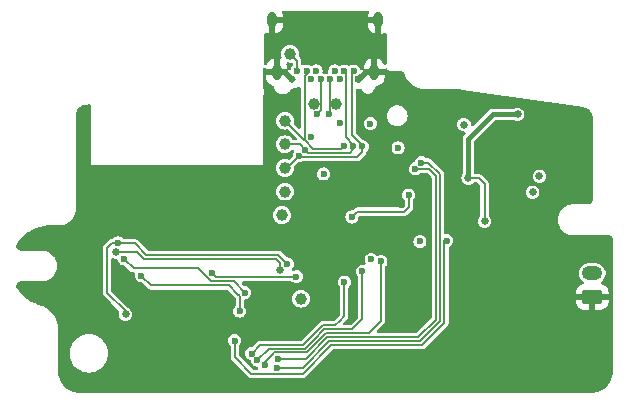
<source format=gbr>
%TF.GenerationSoftware,KiCad,Pcbnew,8.0.2*%
%TF.CreationDate,2025-05-18T14:56:39-07:00*%
%TF.ProjectId,PGS_USBW_Board,5047535f-5553-4425-975f-426f6172642e,rev?*%
%TF.SameCoordinates,Original*%
%TF.FileFunction,Copper,L4,Bot*%
%TF.FilePolarity,Positive*%
%FSLAX46Y46*%
G04 Gerber Fmt 4.6, Leading zero omitted, Abs format (unit mm)*
G04 Created by KiCad (PCBNEW 8.0.2) date 2025-05-18 14:56:39*
%MOMM*%
%LPD*%
G01*
G04 APERTURE LIST*
G04 Aperture macros list*
%AMRoundRect*
0 Rectangle with rounded corners*
0 $1 Rounding radius*
0 $2 $3 $4 $5 $6 $7 $8 $9 X,Y pos of 4 corners*
0 Add a 4 corners polygon primitive as box body*
4,1,4,$2,$3,$4,$5,$6,$7,$8,$9,$2,$3,0*
0 Add four circle primitives for the rounded corners*
1,1,$1+$1,$2,$3*
1,1,$1+$1,$4,$5*
1,1,$1+$1,$6,$7*
1,1,$1+$1,$8,$9*
0 Add four rect primitives between the rounded corners*
20,1,$1+$1,$2,$3,$4,$5,0*
20,1,$1+$1,$4,$5,$6,$7,0*
20,1,$1+$1,$6,$7,$8,$9,0*
20,1,$1+$1,$8,$9,$2,$3,0*%
G04 Aperture macros list end*
%TA.AperFunction,ComponentPad*%
%ADD10O,1.750000X1.200000*%
%TD*%
%TA.AperFunction,ComponentPad*%
%ADD11RoundRect,0.250000X0.625000X-0.350000X0.625000X0.350000X-0.625000X0.350000X-0.625000X-0.350000X0*%
%TD*%
%TA.AperFunction,ComponentPad*%
%ADD12C,0.600000*%
%TD*%
%TA.AperFunction,ComponentPad*%
%ADD13O,0.800000X1.400000*%
%TD*%
%TA.AperFunction,SMDPad,CuDef*%
%ADD14C,1.000000*%
%TD*%
%TA.AperFunction,ViaPad*%
%ADD15C,0.600000*%
%TD*%
%TA.AperFunction,ViaPad*%
%ADD16C,0.650000*%
%TD*%
%TA.AperFunction,ViaPad*%
%ADD17C,1.000000*%
%TD*%
%TA.AperFunction,Conductor*%
%ADD18C,0.200000*%
%TD*%
%TA.AperFunction,Conductor*%
%ADD19C,0.150000*%
%TD*%
%TA.AperFunction,Conductor*%
%ADD20C,0.450000*%
%TD*%
G04 APERTURE END LIST*
D10*
%TO.P,J4,2,Pin_2*%
%TO.N,BATTERY_POS*%
X89670000Y-39950000D03*
D11*
%TO.P,J4,1,Pin_1*%
%TO.N,GND*%
X89670000Y-41950000D03*
%TD*%
D12*
%TO.P,J2,B1,GND_3*%
%TO.N,GND*%
X64274998Y-23511124D03*
%TO.P,J2,B2,SSTXP2*%
%TO.N,+3.3V_PRE*%
X64674998Y-22811124D03*
%TO.P,J2,B3,SSTXN2*%
%TO.N,N_CLOCK*%
X65474998Y-22811124D03*
%TO.P,J2,B4,VBUS_3*%
%TO.N,VBUS_PRE*%
X65874998Y-23511124D03*
%TO.P,J2,B5,CC2*%
%TO.N,Net-(J2-CC2)*%
X66274998Y-22811124D03*
%TO.P,J2,B6,DP2*%
%TO.N,D+*%
X66674998Y-23511124D03*
%TO.P,J2,B7,DN2*%
%TO.N,D-*%
X67474998Y-23511124D03*
%TO.P,J2,B8,SBU2*%
%TO.N,unconnected-(J2-SBU2-PadB8)*%
X67874998Y-22811124D03*
%TO.P,J2,B9,VBUS_4*%
%TO.N,VBUS_PRE*%
X68274998Y-23511124D03*
%TO.P,J2,B10,SSRXN1*%
%TO.N,N_LATCH*%
X68674998Y-22811124D03*
%TO.P,J2,B11,SSRXP1*%
%TO.N,N_DATA*%
X69474998Y-22811124D03*
%TO.P,J2,B12,GND_4*%
%TO.N,GND*%
X69874998Y-23511124D03*
D13*
%TO.P,J2,MH1,MH1*%
X71204998Y-22921124D03*
%TO.P,J2,MH2,MH2*%
X62944998Y-22921124D03*
%TO.P,J2,MH3,MH3*%
X62584998Y-18521124D03*
%TO.P,J2,MH4,MH4*%
X71564998Y-18521124D03*
%TD*%
D14*
%TO.P,TP1,1,1*%
%TO.N,N_LATCH*%
X63650000Y-29025000D03*
%TD*%
%TO.P,TP7,1,1*%
%TO.N,VBUS_PRE*%
X63650000Y-33025000D03*
%TD*%
%TO.P,TP6,1,1*%
%TO.N,+3.3V_PRE*%
X64075000Y-21350000D03*
%TD*%
%TO.P,TP2,1,1*%
%TO.N,N_CLOCK*%
X63650000Y-27025000D03*
%TD*%
%TO.P,TP4,1,1*%
%TO.N,D-*%
X68000000Y-25600000D03*
%TD*%
%TO.P,TP5,1,1*%
%TO.N,D+*%
X66125000Y-25600000D03*
%TD*%
%TO.P,TP3,1,1*%
%TO.N,N_DATA*%
X63650000Y-31025000D03*
%TD*%
D15*
%TO.N,N_LATCH_3.3*%
X70200000Y-39775000D03*
X61325000Y-47300000D03*
%TO.N,N_CLOCK_3.3*%
X68675000Y-40675000D03*
X60825000Y-46750000D03*
D16*
%TO.N,+3V3*%
X85200000Y-31730000D03*
D17*
X65000000Y-42100000D03*
D15*
X75075000Y-37250000D03*
D17*
X63400000Y-35025000D03*
D15*
X70950000Y-38775000D03*
D16*
X84620000Y-33090000D03*
D15*
%TO.N,WL_CLK*%
X50050000Y-38725000D03*
X60250000Y-41575000D03*
%TO.N,D-*%
X67350000Y-26450000D03*
D16*
%TO.N,GND*%
X54990000Y-45880000D03*
X55710000Y-44990000D03*
X45780000Y-40510000D03*
D15*
X71425000Y-31825000D03*
D16*
X49740000Y-31600000D03*
X59220000Y-31610000D03*
D15*
X66725000Y-33750000D03*
D16*
X64600000Y-43150000D03*
X49510000Y-39820000D03*
X79450000Y-33520000D03*
D15*
X73530000Y-34140000D03*
D16*
X61240000Y-43030000D03*
X77750000Y-29125000D03*
X54190000Y-45090000D03*
D15*
X77450000Y-32125000D03*
D16*
X74920000Y-27780000D03*
X49440000Y-35950000D03*
D15*
X70630000Y-35310000D03*
D16*
X45930000Y-36090000D03*
X62000000Y-42400000D03*
D15*
X67730000Y-41880000D03*
X74850000Y-32050000D03*
X69200000Y-31825000D03*
%TO.N,N_DATA_3.3*%
X71775000Y-38925000D03*
X61950000Y-47725000D03*
%TO.N,BTN_PWR*%
X77332536Y-37182766D03*
X59400000Y-45650000D03*
%TO.N,I2C1_SCL*%
X62950000Y-47925000D03*
X75200000Y-30575000D03*
%TO.N,WL_D*%
X49525000Y-37375000D03*
X63850000Y-39150000D03*
D16*
X50150000Y-43425000D03*
D15*
%TO.N,I2C1_SDA*%
X74700000Y-31100000D03*
X63025000Y-47175000D03*
%TO.N,WL_ON*%
X64625000Y-40225000D03*
X57500000Y-39950000D03*
%TO.N,WL_CS*%
X59825000Y-43150000D03*
X51500000Y-40150000D03*
%TO.N,D+*%
X66350000Y-26450000D03*
%TO.N,VBUS_PRE*%
X68300000Y-27250000D03*
D16*
X63650000Y-33025000D03*
D15*
X66931705Y-31531926D03*
X73226839Y-29326195D03*
X65858902Y-28447463D03*
%TO.N,+3.3V_PRE*%
X70878732Y-27265074D03*
D16*
X78800000Y-27350000D03*
D15*
%TO.N,N_DATA*%
X64850000Y-30000000D03*
X70188400Y-29193512D03*
%TO.N,N_LATCH*%
X65372391Y-29497588D03*
X69438400Y-29193512D03*
%TO.N,N_CLOCK*%
X68688400Y-29193512D03*
D16*
%TO.N,VBUS_SYS*%
X80550000Y-35525000D03*
X79175000Y-31875000D03*
X83350000Y-26500000D03*
D15*
%TO.N,SHARED_PU*%
X74135268Y-33319448D03*
X69322351Y-35183614D03*
D16*
%TO.N,Net-(P1A-DO)*%
X63200000Y-39675000D03*
X49375000Y-38175000D03*
%TD*%
D18*
%TO.N,N_LATCH_3.3*%
X69775000Y-44225000D02*
X70200000Y-43800000D01*
X69325000Y-44675000D02*
X69775000Y-44225000D01*
X66095190Y-45570190D02*
X66990380Y-44675000D01*
X70200000Y-43800000D02*
X70200000Y-39775000D01*
X65340380Y-46325000D02*
X66095190Y-45570190D01*
X62300000Y-46325000D02*
X63050000Y-46325000D01*
X67775000Y-44675000D02*
X69325000Y-44675000D01*
X61325000Y-47300000D02*
X62300000Y-46325000D01*
X63050000Y-46325000D02*
X65340380Y-46325000D01*
X66990380Y-44675000D02*
X67775000Y-44675000D01*
%TO.N,N_CLOCK_3.3*%
X68275000Y-43950000D02*
X68675000Y-43550000D01*
X60825000Y-46750000D02*
X61575000Y-46000000D01*
X67875000Y-44350000D02*
X68275000Y-43950000D01*
X65200000Y-46000000D02*
X65700000Y-45500000D01*
X68675000Y-43550000D02*
X68675000Y-40675000D01*
X65700000Y-45500000D02*
X66850000Y-44350000D01*
X67350000Y-44350000D02*
X67875000Y-44350000D01*
X66850000Y-44350000D02*
X67350000Y-44350000D01*
X61575000Y-46000000D02*
X62400000Y-46000000D01*
X62400000Y-46000000D02*
X65200000Y-46000000D01*
%TO.N,WL_CLK*%
X57400000Y-40625000D02*
X56675000Y-39900000D01*
X56675000Y-39900000D02*
X56300000Y-39525000D01*
X56300000Y-39525000D02*
X54500000Y-39525000D01*
X58600000Y-40625000D02*
X57400000Y-40625000D01*
X50850000Y-39525000D02*
X50050000Y-38725000D01*
X54500000Y-39525000D02*
X50850000Y-39525000D01*
X59300000Y-40625000D02*
X58600000Y-40625000D01*
X60250000Y-41575000D02*
X59300000Y-40625000D01*
%TO.N,D-*%
X67474998Y-26325002D02*
X67325000Y-26475000D01*
X67474998Y-23511124D02*
X67474998Y-26325002D01*
%TO.N,N_DATA_3.3*%
X63475000Y-46650000D02*
X65475000Y-46650000D01*
X70750000Y-45000000D02*
X71300000Y-44450000D01*
X61950000Y-47725000D02*
X61950000Y-47425000D01*
X67750000Y-45000000D02*
X70750000Y-45000000D01*
X62725000Y-46650000D02*
X63475000Y-46650000D01*
X62625000Y-46750000D02*
X62725000Y-46650000D01*
X66750000Y-45375000D02*
X67125000Y-45000000D01*
X71775000Y-43975000D02*
X71775000Y-38925000D01*
X67125000Y-45000000D02*
X67750000Y-45000000D01*
X61950000Y-47425000D02*
X62625000Y-46750000D01*
X65475000Y-46650000D02*
X66750000Y-45375000D01*
X71300000Y-44450000D02*
X71775000Y-43975000D01*
%TO.N,BTN_PWR*%
X77150000Y-44175000D02*
X77150000Y-37100000D01*
X59400000Y-47050000D02*
X60800000Y-48450000D01*
X59400000Y-45650000D02*
X59400000Y-47050000D01*
X65140000Y-48450000D02*
X67560000Y-46030000D01*
X75295000Y-46030000D02*
X77150000Y-44175000D01*
X67560000Y-46030000D02*
X75295000Y-46030000D01*
X60800000Y-48450000D02*
X65140000Y-48450000D01*
%TO.N,I2C1_SCL*%
X65150000Y-47925000D02*
X62950000Y-47925000D01*
X75784620Y-30575000D02*
X76750000Y-31540380D01*
X76750000Y-44025000D02*
X75100000Y-45675000D01*
X75200000Y-30575000D02*
X75784620Y-30575000D01*
X67400000Y-45675000D02*
X65150000Y-47925000D01*
X75100000Y-45675000D02*
X67400000Y-45675000D01*
X76750000Y-31540380D02*
X76750000Y-44025000D01*
%TO.N,WL_D*%
X63850000Y-39150000D02*
X63075000Y-38375000D01*
X48575000Y-41600000D02*
X48575000Y-37775000D01*
X50925000Y-37375000D02*
X49525000Y-37375000D01*
X48575000Y-37775000D02*
X48975000Y-37375000D01*
X63075000Y-38375000D02*
X51925000Y-38375000D01*
X50150000Y-43175000D02*
X48575000Y-41600000D01*
X51925000Y-38375000D02*
X50925000Y-37375000D01*
X48975000Y-37375000D02*
X49525000Y-37375000D01*
X50150000Y-43425000D02*
X50150000Y-43175000D01*
%TO.N,I2C1_SDA*%
X76425000Y-43875000D02*
X76425000Y-31675000D01*
X74950000Y-45350000D02*
X76425000Y-43875000D01*
X63025000Y-47175000D02*
X65425000Y-47175000D01*
X65425000Y-47175000D02*
X67250000Y-45350000D01*
X67250000Y-45350000D02*
X74950000Y-45350000D01*
X76425000Y-31675000D02*
X75850000Y-31100000D01*
X75850000Y-31100000D02*
X74700000Y-31100000D01*
%TO.N,WL_ON*%
X57825000Y-40275000D02*
X57500000Y-39950000D01*
X64575000Y-40275000D02*
X57825000Y-40275000D01*
X64625000Y-40225000D02*
X64575000Y-40275000D01*
%TO.N,WL_CS*%
X58900000Y-40975000D02*
X57875000Y-40975000D01*
X52325000Y-40975000D02*
X51500000Y-40150000D01*
X57875000Y-40975000D02*
X52325000Y-40975000D01*
X59825000Y-41900000D02*
X59600000Y-41675000D01*
X59600000Y-41675000D02*
X58900000Y-40975000D01*
X59825000Y-43150000D02*
X59825000Y-41900000D01*
%TO.N,D+*%
X66674998Y-26125002D02*
X66350000Y-26450000D01*
X66674998Y-23511124D02*
X66674998Y-26125002D01*
%TO.N,+3.3V_PRE*%
X64674998Y-21949998D02*
X64674998Y-22811124D01*
X64075000Y-21350000D02*
X64674998Y-21949998D01*
D19*
%TO.N,N_DATA*%
X63650000Y-31025000D02*
X63825000Y-31025000D01*
D18*
X69325000Y-28245000D02*
X70188400Y-29108400D01*
X69474998Y-22925002D02*
X69325000Y-23075000D01*
D19*
X63825000Y-31025000D02*
X64850000Y-30000000D01*
D18*
X69474998Y-22811124D02*
X69474998Y-22925002D01*
X69790000Y-30110000D02*
X64960000Y-30110000D01*
X70188400Y-29108400D02*
X70188400Y-29711600D01*
X70188400Y-29711600D02*
X69790000Y-30110000D01*
X64960000Y-30110000D02*
X64850000Y-30000000D01*
X69325000Y-23075000D02*
X69325000Y-28245000D01*
%TO.N,N_LATCH*%
X65624803Y-29750000D02*
X69120000Y-29750000D01*
D19*
X63650000Y-29025000D02*
X64899803Y-29025000D01*
D18*
X68825000Y-28435000D02*
X68825000Y-22961126D01*
X69120000Y-29750000D02*
X69438400Y-29431600D01*
X69438400Y-29193512D02*
X69438400Y-29048400D01*
X65372391Y-29497588D02*
X65624803Y-29750000D01*
X69438400Y-29048400D02*
X68825000Y-28435000D01*
X68825000Y-22961126D02*
X68674998Y-22811124D01*
X69438400Y-29431600D02*
X69438400Y-29193512D01*
D19*
X64899803Y-29025000D02*
X65372391Y-29497588D01*
D18*
%TO.N,N_CLOCK*%
X66040000Y-29390000D02*
X68386646Y-29390000D01*
D19*
X63650000Y-27025000D02*
X65300000Y-28675000D01*
D18*
X68386646Y-29390000D02*
X68626646Y-29150000D01*
X65325000Y-23200000D02*
X65325000Y-28675000D01*
X65474998Y-23050002D02*
X65325000Y-23200000D01*
X65474998Y-22811124D02*
X65474998Y-22925002D01*
X65325000Y-28675000D02*
X66040000Y-29390000D01*
X65474998Y-22925002D02*
X65450000Y-22950000D01*
D19*
X65300000Y-28675000D02*
X65325000Y-28675000D01*
D18*
X65474998Y-22811124D02*
X65474998Y-23050002D01*
%TO.N,VBUS_SYS*%
X80050000Y-31875000D02*
X80500000Y-32325000D01*
D20*
X83350000Y-26500000D02*
X81225000Y-26500000D01*
D18*
X79175000Y-31875000D02*
X80050000Y-31875000D01*
D20*
X81225000Y-26500000D02*
X79975000Y-27750000D01*
X79975000Y-27750000D02*
X79175000Y-28550000D01*
X79175000Y-28550000D02*
X79175000Y-31875000D01*
D18*
X80500000Y-32325000D02*
X80550000Y-32375000D01*
X80550000Y-32375000D02*
X80550000Y-35525000D01*
%TO.N,SHARED_PU*%
X74135268Y-34344732D02*
X73760000Y-34720000D01*
X69785965Y-34720000D02*
X69322351Y-35183614D01*
X73760000Y-34720000D02*
X69785965Y-34720000D01*
X74135268Y-33319448D02*
X74135268Y-34344732D01*
%TO.N,Net-(P1A-DO)*%
X61575000Y-38725000D02*
X51750000Y-38725000D01*
X63200000Y-39675000D02*
X63200000Y-39075000D01*
X49425000Y-38125000D02*
X49375000Y-38175000D01*
X62900000Y-38775000D02*
X62850000Y-38725000D01*
X51150000Y-38125000D02*
X49425000Y-38125000D01*
X51750000Y-38725000D02*
X51150000Y-38125000D01*
X62850000Y-38725000D02*
X61575000Y-38725000D01*
X63200000Y-39075000D02*
X62900000Y-38775000D01*
%TD*%
%TA.AperFunction,Conductor*%
%TO.N,GND*%
G36*
X72310201Y-22589023D02*
G01*
X72325946Y-22605424D01*
X72327231Y-22607036D01*
X72327233Y-22607039D01*
X72401065Y-22699623D01*
X72493647Y-22773457D01*
X72493651Y-22773460D01*
X72583386Y-22816675D01*
X72600338Y-22824839D01*
X72715787Y-22851190D01*
X72735591Y-22851190D01*
X72735607Y-22851191D01*
X72750032Y-22851190D01*
X72750033Y-22851191D01*
X72773279Y-22851190D01*
X72774996Y-22851191D01*
X72775031Y-22851191D01*
X72854995Y-22851191D01*
X72855004Y-22851190D01*
X73517197Y-22851190D01*
X73536667Y-22852728D01*
X73592670Y-22861632D01*
X73629696Y-22873712D01*
X73671339Y-22895026D01*
X73702792Y-22917995D01*
X73735772Y-22951177D01*
X73758546Y-22982765D01*
X73783976Y-23033203D01*
X73791357Y-23051247D01*
X73815941Y-23128119D01*
X73824534Y-23154989D01*
X73924461Y-23369789D01*
X73924467Y-23369801D01*
X74022481Y-23525587D01*
X74050624Y-23570317D01*
X74201013Y-23753377D01*
X74300248Y-23847114D01*
X74373240Y-23916062D01*
X74564566Y-24055783D01*
X74564570Y-24055785D01*
X74613106Y-24082591D01*
X74771951Y-24170321D01*
X74771960Y-24170324D01*
X74771961Y-24170325D01*
X74992101Y-24257859D01*
X75160362Y-24301236D01*
X75221511Y-24317000D01*
X75456541Y-24346808D01*
X75536432Y-24346826D01*
X75536521Y-24346837D01*
X75550034Y-24346837D01*
X75574998Y-24346837D01*
X75603642Y-24346837D01*
X77938561Y-24346837D01*
X77965723Y-24346837D01*
X77968675Y-24346872D01*
X77973191Y-24346979D01*
X78196330Y-24352294D01*
X78202179Y-24352572D01*
X78427876Y-24368724D01*
X78433704Y-24369281D01*
X78659848Y-24396336D01*
X78662732Y-24396715D01*
X88944038Y-25875750D01*
X88954899Y-25877812D01*
X89090418Y-25909846D01*
X89111390Y-25916827D01*
X89219053Y-25963701D01*
X89233965Y-25970193D01*
X89253363Y-25980786D01*
X89286364Y-26002840D01*
X89364520Y-26055069D01*
X89381726Y-26068936D01*
X89462550Y-26146934D01*
X89477925Y-26161771D01*
X89492398Y-26178476D01*
X89570588Y-26286918D01*
X89581864Y-26305924D01*
X89639561Y-26426530D01*
X89647283Y-26447237D01*
X89682646Y-26576163D01*
X89686570Y-26597914D01*
X89691251Y-26650234D01*
X89699007Y-26736944D01*
X89699500Y-26747979D01*
X89699500Y-33716873D01*
X89698439Y-33733058D01*
X89688870Y-33805741D01*
X89680492Y-33837009D01*
X89655573Y-33897168D01*
X89639388Y-33925201D01*
X89599749Y-33976860D01*
X89576859Y-33999750D01*
X89525200Y-34039389D01*
X89497168Y-34055573D01*
X89486741Y-34059893D01*
X89437007Y-34080493D01*
X89405741Y-34088870D01*
X89333051Y-34098440D01*
X89316865Y-34099501D01*
X88106444Y-34099501D01*
X88106433Y-34099498D01*
X87947315Y-34099500D01*
X87734737Y-34134977D01*
X87530894Y-34204958D01*
X87341346Y-34307539D01*
X87341341Y-34307542D01*
X87171270Y-34439916D01*
X87171268Y-34439917D01*
X87171268Y-34439918D01*
X87129775Y-34484992D01*
X87025298Y-34598487D01*
X86907422Y-34778911D01*
X86820846Y-34976286D01*
X86767939Y-35185216D01*
X86750142Y-35399994D01*
X86750142Y-35400005D01*
X86767939Y-35614783D01*
X86820846Y-35823713D01*
X86907422Y-36021088D01*
X86967828Y-36113547D01*
X87025300Y-36201515D01*
X87171268Y-36360082D01*
X87341345Y-36492460D01*
X87530891Y-36595040D01*
X87734735Y-36665022D01*
X87842588Y-36683021D01*
X87947306Y-36700497D01*
X87947309Y-36700497D01*
X87947319Y-36700499D01*
X88015679Y-36700499D01*
X88015685Y-36700501D01*
X88030118Y-36700501D01*
X88055080Y-36700501D01*
X88083725Y-36700501D01*
X91011355Y-36700501D01*
X91031873Y-36700501D01*
X91048057Y-36701561D01*
X91120743Y-36711131D01*
X91152009Y-36719509D01*
X91212165Y-36744426D01*
X91240197Y-36760609D01*
X91291861Y-36800252D01*
X91314747Y-36823138D01*
X91326665Y-36838670D01*
X91354388Y-36874800D01*
X91370572Y-36902832D01*
X91395491Y-36962992D01*
X91403869Y-36994261D01*
X91413438Y-37066951D01*
X91414499Y-37083135D01*
X91414499Y-48217281D01*
X91414233Y-48225393D01*
X91398990Y-48457898D01*
X91396873Y-48473978D01*
X91352206Y-48698524D01*
X91348008Y-48714191D01*
X91274415Y-48930984D01*
X91268208Y-48945968D01*
X91166950Y-49151301D01*
X91158841Y-49165348D01*
X91031646Y-49355712D01*
X91021772Y-49368580D01*
X90870819Y-49540712D01*
X90859351Y-49552180D01*
X90687229Y-49703134D01*
X90674361Y-49713009D01*
X90484001Y-49840210D01*
X90469955Y-49848320D01*
X90264623Y-49949586D01*
X90249639Y-49955793D01*
X90032844Y-50029394D01*
X90017177Y-50033592D01*
X89792639Y-50078265D01*
X89776559Y-50080383D01*
X89545011Y-50095571D01*
X89536895Y-50095837D01*
X46329051Y-50095837D01*
X46320941Y-50095571D01*
X46088436Y-50080331D01*
X46072355Y-50078214D01*
X45847809Y-50033550D01*
X45832142Y-50029352D01*
X45615354Y-49955763D01*
X45600369Y-49949557D01*
X45395029Y-49848296D01*
X45380982Y-49840186D01*
X45190621Y-49712993D01*
X45177753Y-49703119D01*
X45005623Y-49552167D01*
X44994154Y-49540698D01*
X44843204Y-49368576D01*
X44833329Y-49355708D01*
X44706127Y-49165341D01*
X44698018Y-49151294D01*
X44596759Y-48945968D01*
X44590551Y-48930983D01*
X44516956Y-48714188D01*
X44512758Y-48698521D01*
X44468089Y-48473976D01*
X44465972Y-48457895D01*
X44450765Y-48225941D01*
X44450499Y-48217829D01*
X44450499Y-46721337D01*
X45419007Y-46721337D01*
X45439080Y-46976401D01*
X45439080Y-46976404D01*
X45439081Y-46976407D01*
X45484290Y-47164712D01*
X45498812Y-47225201D01*
X45596721Y-47461576D01*
X45596723Y-47461579D01*
X45730406Y-47679731D01*
X45730407Y-47679732D01*
X45730408Y-47679734D01*
X45730410Y-47679736D01*
X45896577Y-47874292D01*
X46091133Y-48040459D01*
X46091135Y-48040460D01*
X46091136Y-48040461D01*
X46091137Y-48040462D01*
X46309289Y-48174145D01*
X46309292Y-48174147D01*
X46545667Y-48272056D01*
X46545672Y-48272058D01*
X46794462Y-48331788D01*
X47049532Y-48351862D01*
X47304602Y-48331788D01*
X47553392Y-48272058D01*
X47675848Y-48221335D01*
X47789771Y-48174147D01*
X47789772Y-48174146D01*
X47789775Y-48174145D01*
X48007931Y-48040459D01*
X48202487Y-47874292D01*
X48368654Y-47679736D01*
X48502340Y-47461580D01*
X48506050Y-47452625D01*
X48563568Y-47313762D01*
X48600253Y-47225197D01*
X48659983Y-46976407D01*
X48680057Y-46721337D01*
X48659983Y-46466267D01*
X48600253Y-46217477D01*
X48590839Y-46194750D01*
X48502342Y-45981097D01*
X48502340Y-45981094D01*
X48368657Y-45762942D01*
X48368656Y-45762941D01*
X48368655Y-45762940D01*
X48368654Y-45762938D01*
X48272196Y-45650000D01*
X58844750Y-45650000D01*
X58852660Y-45710085D01*
X58863670Y-45793708D01*
X58863671Y-45793712D01*
X58919138Y-45927623D01*
X58919139Y-45927625D01*
X59007380Y-46042623D01*
X59013126Y-46048369D01*
X59010574Y-46050920D01*
X59042091Y-46093873D01*
X59049500Y-46136092D01*
X59049500Y-47096144D01*
X59067873Y-47164712D01*
X59071368Y-47177758D01*
X59073386Y-47185289D01*
X59119527Y-47265208D01*
X59119529Y-47265211D01*
X59119530Y-47265212D01*
X60584788Y-48730470D01*
X60664712Y-48776614D01*
X60753856Y-48800500D01*
X60753858Y-48800500D01*
X65186142Y-48800500D01*
X65186144Y-48800500D01*
X65275288Y-48776614D01*
X65355212Y-48730470D01*
X67668863Y-46416819D01*
X67730186Y-46383334D01*
X67756544Y-46380500D01*
X75341142Y-46380500D01*
X75341144Y-46380500D01*
X75430288Y-46356614D01*
X75440878Y-46350500D01*
X75510212Y-46310470D01*
X77430470Y-44390212D01*
X77476614Y-44310288D01*
X77482538Y-44288181D01*
X77485638Y-44276613D01*
X77493068Y-44248879D01*
X77500500Y-44221144D01*
X77500500Y-41550013D01*
X88295000Y-41550013D01*
X88295000Y-41700000D01*
X89389670Y-41700000D01*
X89369925Y-41719745D01*
X89320556Y-41805255D01*
X89295000Y-41900630D01*
X89295000Y-41999370D01*
X89320556Y-42094745D01*
X89369925Y-42180255D01*
X89389670Y-42200000D01*
X88295001Y-42200000D01*
X88295001Y-42349986D01*
X88305494Y-42452697D01*
X88360641Y-42619119D01*
X88360643Y-42619124D01*
X88452684Y-42768345D01*
X88576654Y-42892315D01*
X88725875Y-42984356D01*
X88725880Y-42984358D01*
X88892302Y-43039505D01*
X88892309Y-43039506D01*
X88995019Y-43049999D01*
X89419999Y-43049999D01*
X89420000Y-43049998D01*
X89420000Y-42230330D01*
X89439745Y-42250075D01*
X89525255Y-42299444D01*
X89620630Y-42325000D01*
X89719370Y-42325000D01*
X89814745Y-42299444D01*
X89900255Y-42250075D01*
X89920000Y-42230330D01*
X89920000Y-43049999D01*
X90344972Y-43049999D01*
X90344986Y-43049998D01*
X90447697Y-43039505D01*
X90614119Y-42984358D01*
X90614124Y-42984356D01*
X90763345Y-42892315D01*
X90887315Y-42768345D01*
X90979356Y-42619124D01*
X90979358Y-42619119D01*
X91034505Y-42452697D01*
X91034506Y-42452690D01*
X91044999Y-42349986D01*
X91045000Y-42349973D01*
X91045000Y-42200000D01*
X89950330Y-42200000D01*
X89970075Y-42180255D01*
X90019444Y-42094745D01*
X90045000Y-41999370D01*
X90045000Y-41900630D01*
X90019444Y-41805255D01*
X89970075Y-41719745D01*
X89950330Y-41700000D01*
X91044999Y-41700000D01*
X91044999Y-41550028D01*
X91044998Y-41550013D01*
X91034505Y-41447302D01*
X90979358Y-41280880D01*
X90979356Y-41280875D01*
X90887315Y-41131654D01*
X90763345Y-41007684D01*
X90614124Y-40915643D01*
X90614119Y-40915641D01*
X90464983Y-40866223D01*
X90407538Y-40826451D01*
X90380715Y-40761935D01*
X90393030Y-40693159D01*
X90435095Y-40645416D01*
X90487162Y-40610626D01*
X90605626Y-40492162D01*
X90698703Y-40352863D01*
X90762816Y-40198082D01*
X90795500Y-40033767D01*
X90795500Y-39866233D01*
X90762816Y-39701918D01*
X90702946Y-39557381D01*
X90698704Y-39547139D01*
X90693659Y-39539589D01*
X90646585Y-39469137D01*
X90605626Y-39407837D01*
X90487162Y-39289373D01*
X90347860Y-39196295D01*
X90193082Y-39132184D01*
X90193074Y-39132182D01*
X90028771Y-39099500D01*
X90028767Y-39099500D01*
X89311233Y-39099500D01*
X89311228Y-39099500D01*
X89146925Y-39132182D01*
X89146917Y-39132184D01*
X88992139Y-39196295D01*
X88852837Y-39289373D01*
X88734373Y-39407837D01*
X88641295Y-39547139D01*
X88577184Y-39701917D01*
X88577182Y-39701925D01*
X88544500Y-39866228D01*
X88544500Y-40033771D01*
X88577182Y-40198074D01*
X88577184Y-40198082D01*
X88641295Y-40352860D01*
X88734373Y-40492162D01*
X88852835Y-40610624D01*
X88852838Y-40610626D01*
X88904901Y-40645414D01*
X88949707Y-40699025D01*
X88958414Y-40768350D01*
X88928260Y-40831378D01*
X88875016Y-40866222D01*
X88725878Y-40915642D01*
X88725875Y-40915643D01*
X88576654Y-41007684D01*
X88452684Y-41131654D01*
X88360643Y-41280875D01*
X88360641Y-41280880D01*
X88305494Y-41447302D01*
X88305493Y-41447309D01*
X88295000Y-41550013D01*
X77500500Y-41550013D01*
X77500500Y-37791903D01*
X77520185Y-37724864D01*
X77572989Y-37679109D01*
X77577016Y-37677355D01*
X77610161Y-37663627D01*
X77725157Y-37575387D01*
X77813397Y-37460391D01*
X77868866Y-37326475D01*
X77887786Y-37182766D01*
X77868866Y-37039057D01*
X77813397Y-36905141D01*
X77725157Y-36790145D01*
X77610161Y-36701905D01*
X77610160Y-36701904D01*
X77610158Y-36701903D01*
X77476248Y-36646437D01*
X77476246Y-36646436D01*
X77476245Y-36646436D01*
X77402089Y-36636673D01*
X77332537Y-36627516D01*
X77332534Y-36627516D01*
X77240685Y-36639608D01*
X77171650Y-36628842D01*
X77119394Y-36582462D01*
X77100500Y-36516669D01*
X77100500Y-31494238D01*
X77100500Y-31494236D01*
X77076614Y-31405092D01*
X77074800Y-31401950D01*
X77030469Y-31325167D01*
X75999832Y-30294530D01*
X75999831Y-30294529D01*
X75999828Y-30294527D01*
X75919910Y-30248387D01*
X75919903Y-30248384D01*
X75908347Y-30245287D01*
X75908347Y-30245288D01*
X75869555Y-30234894D01*
X75830764Y-30224500D01*
X75830763Y-30224500D01*
X75686092Y-30224500D01*
X75619053Y-30204815D01*
X75599587Y-30186913D01*
X75598372Y-30188129D01*
X75592627Y-30182384D01*
X75592621Y-30182379D01*
X75477625Y-30094139D01*
X75477624Y-30094138D01*
X75477622Y-30094137D01*
X75343712Y-30038671D01*
X75343710Y-30038670D01*
X75343709Y-30038670D01*
X75226600Y-30023252D01*
X75200001Y-30019750D01*
X75199999Y-30019750D01*
X75056291Y-30038670D01*
X75056287Y-30038671D01*
X74922377Y-30094137D01*
X74807379Y-30182379D01*
X74719137Y-30297377D01*
X74663671Y-30431287D01*
X74663671Y-30431288D01*
X74663670Y-30431291D01*
X74661213Y-30449951D01*
X74660247Y-30457288D01*
X74631978Y-30521184D01*
X74573652Y-30559653D01*
X74561044Y-30562395D01*
X74556291Y-30563669D01*
X74422377Y-30619137D01*
X74307379Y-30707379D01*
X74219137Y-30822377D01*
X74163671Y-30956287D01*
X74163670Y-30956291D01*
X74144750Y-31099999D01*
X74144750Y-31100000D01*
X74163670Y-31243708D01*
X74163671Y-31243712D01*
X74219137Y-31377622D01*
X74219138Y-31377624D01*
X74219139Y-31377625D01*
X74307379Y-31492621D01*
X74422375Y-31580861D01*
X74422376Y-31580861D01*
X74422377Y-31580862D01*
X74431805Y-31584767D01*
X74556291Y-31636330D01*
X74683280Y-31653048D01*
X74699999Y-31655250D01*
X74700000Y-31655250D01*
X74700001Y-31655250D01*
X74714977Y-31653278D01*
X74843709Y-31636330D01*
X74977625Y-31580861D01*
X75092621Y-31492621D01*
X75092623Y-31492617D01*
X75092627Y-31492615D01*
X75098372Y-31486871D01*
X75100888Y-31489387D01*
X75144183Y-31457797D01*
X75186092Y-31450500D01*
X75653456Y-31450500D01*
X75720495Y-31470185D01*
X75741137Y-31486819D01*
X76038181Y-31783863D01*
X76071666Y-31845186D01*
X76074500Y-31871544D01*
X76074500Y-43678456D01*
X76054815Y-43745495D01*
X76038181Y-43766137D01*
X74841137Y-44963181D01*
X74779814Y-44996666D01*
X74753456Y-44999500D01*
X71545544Y-44999500D01*
X71478505Y-44979815D01*
X71432750Y-44927011D01*
X71422806Y-44857853D01*
X71451831Y-44794297D01*
X71457863Y-44787819D01*
X71737829Y-44507853D01*
X72055469Y-44190213D01*
X72101614Y-44110288D01*
X72107127Y-44089712D01*
X72125500Y-44021144D01*
X72125500Y-39411092D01*
X72145185Y-39344053D01*
X72163114Y-39324609D01*
X72161874Y-39323369D01*
X72167619Y-39317623D01*
X72172449Y-39311329D01*
X72255861Y-39202625D01*
X72311330Y-39068709D01*
X72330250Y-38925000D01*
X72311330Y-38781291D01*
X72255861Y-38647375D01*
X72167621Y-38532379D01*
X72052625Y-38444139D01*
X72052624Y-38444138D01*
X72052622Y-38444137D01*
X71918712Y-38388671D01*
X71918710Y-38388670D01*
X71918709Y-38388670D01*
X71846854Y-38379210D01*
X71775001Y-38369750D01*
X71774999Y-38369750D01*
X71631291Y-38388670D01*
X71631287Y-38388671D01*
X71503810Y-38441473D01*
X71434340Y-38448942D01*
X71371861Y-38417666D01*
X71357988Y-38402405D01*
X71342621Y-38382379D01*
X71227625Y-38294139D01*
X71227624Y-38294138D01*
X71227622Y-38294137D01*
X71093712Y-38238671D01*
X71093710Y-38238670D01*
X71093709Y-38238670D01*
X71021854Y-38229210D01*
X70950001Y-38219750D01*
X70949999Y-38219750D01*
X70806291Y-38238670D01*
X70806287Y-38238671D01*
X70672377Y-38294137D01*
X70557379Y-38382379D01*
X70469137Y-38497377D01*
X70413671Y-38631287D01*
X70413670Y-38631291D01*
X70394750Y-38774999D01*
X70394750Y-38775000D01*
X70413670Y-38918708D01*
X70413671Y-38918712D01*
X70469137Y-39052621D01*
X70469980Y-39054081D01*
X70470316Y-39055469D01*
X70472249Y-39060134D01*
X70471521Y-39060435D01*
X70486456Y-39121980D01*
X70463607Y-39188008D01*
X70408687Y-39231201D01*
X70346411Y-39239025D01*
X70200002Y-39219750D01*
X70199999Y-39219750D01*
X70056291Y-39238670D01*
X70056287Y-39238671D01*
X69922377Y-39294137D01*
X69807379Y-39382379D01*
X69719137Y-39497377D01*
X69663671Y-39631287D01*
X69663670Y-39631291D01*
X69650410Y-39732012D01*
X69644750Y-39775000D01*
X69654836Y-39851613D01*
X69663670Y-39918708D01*
X69663671Y-39918712D01*
X69719138Y-40052623D01*
X69719139Y-40052625D01*
X69807380Y-40167623D01*
X69813126Y-40173369D01*
X69810574Y-40175920D01*
X69842091Y-40218873D01*
X69849500Y-40261092D01*
X69849500Y-43603456D01*
X69829815Y-43670495D01*
X69813181Y-43691137D01*
X69216137Y-44288181D01*
X69154814Y-44321666D01*
X69128456Y-44324500D01*
X68695544Y-44324500D01*
X68628505Y-44304815D01*
X68582750Y-44252011D01*
X68572806Y-44182853D01*
X68601831Y-44119297D01*
X68607863Y-44112819D01*
X68678020Y-44042660D01*
X68955469Y-43765212D01*
X68969262Y-43741322D01*
X69001612Y-43685292D01*
X69001612Y-43685291D01*
X69001614Y-43685288D01*
X69007494Y-43663342D01*
X69025500Y-43596144D01*
X69025500Y-41161092D01*
X69045185Y-41094053D01*
X69063114Y-41074609D01*
X69061874Y-41073369D01*
X69067619Y-41067623D01*
X69089835Y-41038671D01*
X69155861Y-40952625D01*
X69211330Y-40818709D01*
X69230250Y-40675000D01*
X69211330Y-40531291D01*
X69155861Y-40397375D01*
X69067621Y-40282379D01*
X68952625Y-40194139D01*
X68952624Y-40194138D01*
X68952622Y-40194137D01*
X68818712Y-40138671D01*
X68818710Y-40138670D01*
X68818709Y-40138670D01*
X68724903Y-40126320D01*
X68675001Y-40119750D01*
X68674999Y-40119750D01*
X68531291Y-40138670D01*
X68531287Y-40138671D01*
X68397377Y-40194137D01*
X68282379Y-40282379D01*
X68194137Y-40397377D01*
X68138671Y-40531287D01*
X68138670Y-40531291D01*
X68126289Y-40625336D01*
X68119750Y-40675000D01*
X68133028Y-40775858D01*
X68138670Y-40818708D01*
X68138671Y-40818712D01*
X68194138Y-40952623D01*
X68194139Y-40952625D01*
X68282380Y-41067623D01*
X68288126Y-41073369D01*
X68285574Y-41075920D01*
X68317091Y-41118873D01*
X68324500Y-41161092D01*
X68324500Y-43353456D01*
X68304815Y-43420495D01*
X68288181Y-43441137D01*
X67766137Y-43963181D01*
X67704814Y-43996666D01*
X67678456Y-43999500D01*
X66803853Y-43999500D01*
X66781590Y-44005465D01*
X66781591Y-44005466D01*
X66714710Y-44023386D01*
X66714709Y-44023387D01*
X66634791Y-44069527D01*
X66634786Y-44069531D01*
X65091137Y-45613181D01*
X65029814Y-45646666D01*
X65003456Y-45649500D01*
X61528856Y-45649500D01*
X61439712Y-45673386D01*
X61439709Y-45673387D01*
X61359791Y-45719527D01*
X61359786Y-45719531D01*
X60920877Y-46158439D01*
X60859554Y-46191924D01*
X60833128Y-46193208D01*
X60833128Y-46194750D01*
X60825000Y-46194750D01*
X60681291Y-46213670D01*
X60681287Y-46213671D01*
X60547377Y-46269137D01*
X60432379Y-46357379D01*
X60344137Y-46472377D01*
X60288671Y-46606287D01*
X60288670Y-46606291D01*
X60269750Y-46750000D01*
X60283370Y-46853456D01*
X60288670Y-46893708D01*
X60288671Y-46893712D01*
X60344137Y-47027622D01*
X60344138Y-47027624D01*
X60344139Y-47027625D01*
X60432379Y-47142621D01*
X60547375Y-47230861D01*
X60681291Y-47286330D01*
X60681292Y-47286330D01*
X60689143Y-47288434D01*
X60688355Y-47291371D01*
X60739012Y-47313762D01*
X60777501Y-47372075D01*
X60781898Y-47392273D01*
X60788670Y-47443707D01*
X60788671Y-47443712D01*
X60844137Y-47577622D01*
X60844138Y-47577624D01*
X60844139Y-47577625D01*
X60932379Y-47692621D01*
X61047375Y-47780861D01*
X61181291Y-47836330D01*
X61304576Y-47852561D01*
X61368472Y-47880828D01*
X61406943Y-47939152D01*
X61407774Y-48009017D01*
X61370702Y-48068240D01*
X61307496Y-48098019D01*
X61288390Y-48099500D01*
X60996544Y-48099500D01*
X60929505Y-48079815D01*
X60908863Y-48063181D01*
X59786819Y-46941137D01*
X59753334Y-46879814D01*
X59750500Y-46853456D01*
X59750500Y-46136092D01*
X59770185Y-46069053D01*
X59788114Y-46049609D01*
X59786874Y-46048369D01*
X59792619Y-46042623D01*
X59839830Y-45981097D01*
X59880861Y-45927625D01*
X59936330Y-45793709D01*
X59955250Y-45650000D01*
X59936330Y-45506291D01*
X59880861Y-45372375D01*
X59792621Y-45257379D01*
X59677625Y-45169139D01*
X59677624Y-45169138D01*
X59677622Y-45169137D01*
X59543712Y-45113671D01*
X59543710Y-45113670D01*
X59543709Y-45113670D01*
X59471854Y-45104210D01*
X59400001Y-45094750D01*
X59399999Y-45094750D01*
X59256291Y-45113670D01*
X59256287Y-45113671D01*
X59122377Y-45169137D01*
X59007379Y-45257379D01*
X58919137Y-45372377D01*
X58863671Y-45506287D01*
X58863670Y-45506291D01*
X58844750Y-45650000D01*
X48272196Y-45650000D01*
X48202487Y-45568382D01*
X48007931Y-45402215D01*
X48007929Y-45402213D01*
X48007927Y-45402212D01*
X48007926Y-45402211D01*
X47789774Y-45268528D01*
X47789771Y-45268526D01*
X47553396Y-45170617D01*
X47547240Y-45169139D01*
X47304602Y-45110886D01*
X47304599Y-45110885D01*
X47304596Y-45110885D01*
X47049532Y-45090812D01*
X46794467Y-45110885D01*
X46794463Y-45110885D01*
X46794462Y-45110886D01*
X46670067Y-45140751D01*
X46545667Y-45170617D01*
X46309292Y-45268526D01*
X46309289Y-45268528D01*
X46091137Y-45402211D01*
X46091136Y-45402212D01*
X45896577Y-45568382D01*
X45730407Y-45762941D01*
X45730406Y-45762942D01*
X45596723Y-45981094D01*
X45596721Y-45981097D01*
X45498812Y-46217472D01*
X45439080Y-46466272D01*
X45419007Y-46721337D01*
X44450499Y-46721337D01*
X44450499Y-46466267D01*
X44450499Y-44702481D01*
X44450501Y-44702088D01*
X44450523Y-44698655D01*
X44450524Y-44698655D01*
X44451334Y-44570787D01*
X44422202Y-44316710D01*
X44362824Y-44067958D01*
X44276772Y-43835451D01*
X44274058Y-43828118D01*
X44248541Y-43778456D01*
X44157180Y-43600645D01*
X44013879Y-43388823D01*
X43912528Y-43272083D01*
X43846223Y-43195709D01*
X43834019Y-43184662D01*
X43740124Y-43099667D01*
X43656616Y-43024074D01*
X43656614Y-43024073D01*
X43447824Y-42876422D01*
X43447817Y-42876417D01*
X43408639Y-42855249D01*
X43222822Y-42754850D01*
X43222814Y-42754847D01*
X43211543Y-42750412D01*
X43138900Y-42721827D01*
X43126626Y-42714717D01*
X43126485Y-42715010D01*
X43113907Y-42708923D01*
X43104126Y-42706671D01*
X43086513Y-42701208D01*
X43077173Y-42697529D01*
X43065621Y-42695773D01*
X43050642Y-42692537D01*
X42769974Y-42613479D01*
X42758632Y-42609685D01*
X42458240Y-42492809D01*
X42447317Y-42487941D01*
X42159568Y-42342666D01*
X42149173Y-42336773D01*
X41876753Y-42164447D01*
X41866975Y-42157580D01*
X41788413Y-42096544D01*
X41612426Y-41959816D01*
X41603350Y-41952035D01*
X41369044Y-41730674D01*
X41360757Y-41722051D01*
X41148872Y-41479156D01*
X41141454Y-41469776D01*
X40957196Y-41212135D01*
X40945793Y-41192658D01*
X40915117Y-41127256D01*
X40905183Y-41095664D01*
X40893867Y-41030002D01*
X40892653Y-40996915D01*
X40899123Y-40930602D01*
X40906713Y-40898367D01*
X40930504Y-40836138D01*
X40946356Y-40807060D01*
X40985773Y-40753347D01*
X41008755Y-40729506D01*
X41060987Y-40688142D01*
X41089463Y-40671235D01*
X41150776Y-40645175D01*
X41182710Y-40636408D01*
X41256637Y-40626445D01*
X41273175Y-40625335D01*
X41293943Y-40625335D01*
X41293944Y-40625334D01*
X41308218Y-40625334D01*
X41308545Y-40625296D01*
X43006471Y-40625296D01*
X43006495Y-40625303D01*
X43057840Y-40625303D01*
X43165603Y-40625303D01*
X43378189Y-40589829D01*
X43582037Y-40519848D01*
X43771586Y-40417269D01*
X43941666Y-40284890D01*
X44087637Y-40126323D01*
X44205518Y-39945892D01*
X44292094Y-39748519D01*
X44345002Y-39539589D01*
X44361205Y-39344053D01*
X44362800Y-39324804D01*
X44362800Y-39324793D01*
X44345003Y-39110018D01*
X44345002Y-39110015D01*
X44345002Y-39110010D01*
X44292093Y-38901080D01*
X44205518Y-38703707D01*
X44188525Y-38677698D01*
X44138860Y-38601680D01*
X44087636Y-38523276D01*
X43941665Y-38364709D01*
X43850994Y-38294137D01*
X43771587Y-38232332D01*
X43582037Y-38129752D01*
X43582028Y-38129749D01*
X43378190Y-38059771D01*
X43165602Y-38024297D01*
X43082803Y-38024297D01*
X41273617Y-38024297D01*
X41257055Y-38023186D01*
X41182722Y-38013168D01*
X41150782Y-38004400D01*
X41089473Y-37978343D01*
X41060997Y-37961434D01*
X41008774Y-37920078D01*
X40985790Y-37896235D01*
X40946373Y-37842523D01*
X40930523Y-37813447D01*
X40927389Y-37805250D01*
X40906734Y-37751224D01*
X40901469Y-37728856D01*
X48224500Y-37728856D01*
X48224500Y-41646143D01*
X48242777Y-41714355D01*
X48242777Y-41714356D01*
X48248384Y-41735284D01*
X48248385Y-41735286D01*
X48294527Y-41815208D01*
X48294529Y-41815211D01*
X48294530Y-41815212D01*
X48949132Y-42469814D01*
X49578986Y-43099667D01*
X49612471Y-43160990D01*
X49607487Y-43230682D01*
X49605867Y-43234800D01*
X49589312Y-43274766D01*
X49569534Y-43424999D01*
X49569534Y-43425000D01*
X49589312Y-43575234D01*
X49589313Y-43575236D01*
X49635329Y-43686329D01*
X49647302Y-43715233D01*
X49739549Y-43835451D01*
X49859767Y-43927698D01*
X49999764Y-43985687D01*
X50074882Y-43995576D01*
X50149999Y-44005466D01*
X50150000Y-44005466D01*
X50150001Y-44005466D01*
X50216842Y-43996666D01*
X50300236Y-43985687D01*
X50440233Y-43927698D01*
X50560451Y-43835451D01*
X50652698Y-43715233D01*
X50710687Y-43575236D01*
X50730466Y-43425000D01*
X50710687Y-43274764D01*
X50652698Y-43134767D01*
X50560451Y-43014549D01*
X50440233Y-42922302D01*
X50440231Y-42922301D01*
X50382355Y-42898327D01*
X50342129Y-42871448D01*
X48961819Y-41491137D01*
X48928334Y-41429814D01*
X48925500Y-41403456D01*
X48925500Y-38797306D01*
X48945185Y-38730267D01*
X48997989Y-38684512D01*
X49067147Y-38674568D01*
X49096948Y-38682743D01*
X49224764Y-38735687D01*
X49253347Y-38739450D01*
X49374999Y-38755466D01*
X49383128Y-38755466D01*
X49383128Y-38757104D01*
X49442740Y-38766396D01*
X49494999Y-38812772D01*
X49512838Y-38862388D01*
X49513670Y-38868707D01*
X49513671Y-38868712D01*
X49569137Y-39002622D01*
X49569138Y-39002624D01*
X49569139Y-39002625D01*
X49657379Y-39117621D01*
X49772375Y-39205861D01*
X49772376Y-39205861D01*
X49772377Y-39205862D01*
X49817013Y-39224350D01*
X49906291Y-39261330D01*
X50050000Y-39280250D01*
X50058129Y-39280250D01*
X50058129Y-39283828D01*
X50110970Y-39292031D01*
X50145878Y-39316560D01*
X50634788Y-39805470D01*
X50693477Y-39839354D01*
X50714712Y-39851614D01*
X50803856Y-39875500D01*
X50839494Y-39875500D01*
X50906533Y-39895185D01*
X50952288Y-39947989D01*
X50962433Y-40015686D01*
X50946242Y-40138671D01*
X50944750Y-40150000D01*
X50953817Y-40218873D01*
X50963670Y-40293708D01*
X50963671Y-40293712D01*
X51019137Y-40427622D01*
X51019138Y-40427624D01*
X51019139Y-40427625D01*
X51107379Y-40542621D01*
X51222375Y-40630861D01*
X51222376Y-40630861D01*
X51222377Y-40630862D01*
X51267013Y-40649350D01*
X51356291Y-40686330D01*
X51500000Y-40705250D01*
X51508129Y-40705250D01*
X51508129Y-40708828D01*
X51560970Y-40717031D01*
X51595878Y-40741560D01*
X52109788Y-41255470D01*
X52182370Y-41297375D01*
X52189712Y-41301614D01*
X52278856Y-41325500D01*
X57828856Y-41325500D01*
X58703456Y-41325500D01*
X58770495Y-41345185D01*
X58791137Y-41361819D01*
X59438181Y-42008863D01*
X59471666Y-42070186D01*
X59474500Y-42096544D01*
X59474500Y-42663908D01*
X59454815Y-42730947D01*
X59436913Y-42750412D01*
X59438129Y-42751628D01*
X59432384Y-42757372D01*
X59344137Y-42872377D01*
X59288671Y-43006287D01*
X59288670Y-43006291D01*
X59269750Y-43149999D01*
X59269750Y-43150000D01*
X59288670Y-43293708D01*
X59288671Y-43293712D01*
X59344137Y-43427622D01*
X59344138Y-43427624D01*
X59344139Y-43427625D01*
X59432379Y-43542621D01*
X59547375Y-43630861D01*
X59681291Y-43686330D01*
X59808280Y-43703048D01*
X59824999Y-43705250D01*
X59825000Y-43705250D01*
X59825001Y-43705250D01*
X59839977Y-43703278D01*
X59968709Y-43686330D01*
X60102625Y-43630861D01*
X60217621Y-43542621D01*
X60305861Y-43427625D01*
X60361330Y-43293709D01*
X60380250Y-43150000D01*
X60361330Y-43006291D01*
X60305861Y-42872375D01*
X60217621Y-42757379D01*
X60217619Y-42757377D01*
X60217615Y-42757372D01*
X60211871Y-42751628D01*
X60214387Y-42749111D01*
X60182797Y-42705817D01*
X60175500Y-42663908D01*
X60175500Y-42248802D01*
X60195185Y-42181763D01*
X60247989Y-42136008D01*
X60283309Y-42125864D01*
X60393709Y-42111330D01*
X60421070Y-42099997D01*
X64244751Y-42099997D01*
X64244751Y-42100002D01*
X64263685Y-42268056D01*
X64319545Y-42427694D01*
X64319547Y-42427697D01*
X64409518Y-42570884D01*
X64409523Y-42570890D01*
X64529109Y-42690476D01*
X64529115Y-42690481D01*
X64672302Y-42780452D01*
X64672305Y-42780454D01*
X64672309Y-42780455D01*
X64672310Y-42780456D01*
X64708085Y-42792974D01*
X64831943Y-42836314D01*
X64999997Y-42855249D01*
X65000000Y-42855249D01*
X65000003Y-42855249D01*
X65168056Y-42836314D01*
X65168059Y-42836313D01*
X65327690Y-42780456D01*
X65327692Y-42780454D01*
X65327694Y-42780454D01*
X65327697Y-42780452D01*
X65470884Y-42690481D01*
X65470885Y-42690480D01*
X65470890Y-42690477D01*
X65590477Y-42570890D01*
X65664743Y-42452697D01*
X65680452Y-42427697D01*
X65680454Y-42427694D01*
X65680454Y-42427692D01*
X65680456Y-42427690D01*
X65736313Y-42268059D01*
X65736313Y-42268058D01*
X65736314Y-42268056D01*
X65755249Y-42100002D01*
X65755249Y-42099997D01*
X65736314Y-41931943D01*
X65695468Y-41815212D01*
X65680456Y-41772310D01*
X65680455Y-41772309D01*
X65680454Y-41772305D01*
X65680452Y-41772302D01*
X65590481Y-41629115D01*
X65590476Y-41629109D01*
X65470890Y-41509523D01*
X65470884Y-41509518D01*
X65327697Y-41419547D01*
X65327694Y-41419545D01*
X65168056Y-41363685D01*
X65000003Y-41344751D01*
X64999997Y-41344751D01*
X64831943Y-41363685D01*
X64672305Y-41419545D01*
X64672302Y-41419547D01*
X64529115Y-41509518D01*
X64529109Y-41509523D01*
X64409523Y-41629109D01*
X64409518Y-41629115D01*
X64319547Y-41772302D01*
X64319545Y-41772305D01*
X64263685Y-41931943D01*
X64244751Y-42099997D01*
X60421070Y-42099997D01*
X60527625Y-42055861D01*
X60642621Y-41967621D01*
X60730861Y-41852625D01*
X60786330Y-41718709D01*
X60805250Y-41575000D01*
X60786330Y-41431291D01*
X60732617Y-41301614D01*
X60730862Y-41297377D01*
X60730861Y-41297376D01*
X60730861Y-41297375D01*
X60642621Y-41182379D01*
X60527625Y-41094139D01*
X60527624Y-41094138D01*
X60527622Y-41094137D01*
X60393712Y-41038671D01*
X60393710Y-41038670D01*
X60393709Y-41038670D01*
X60302638Y-41026680D01*
X60250001Y-41019750D01*
X60241873Y-41019750D01*
X60241873Y-41016243D01*
X60188613Y-41007772D01*
X60154122Y-40983440D01*
X60007863Y-40837181D01*
X59974378Y-40775858D01*
X59979362Y-40706166D01*
X60021234Y-40650233D01*
X60086698Y-40625816D01*
X60095544Y-40625500D01*
X64200554Y-40625500D01*
X64267593Y-40645185D01*
X64276040Y-40651124D01*
X64321922Y-40686330D01*
X64347375Y-40705861D01*
X64481291Y-40761330D01*
X64608280Y-40778048D01*
X64624999Y-40780250D01*
X64625000Y-40780250D01*
X64625001Y-40780250D01*
X64639977Y-40778278D01*
X64768709Y-40761330D01*
X64902625Y-40705861D01*
X65017621Y-40617621D01*
X65105861Y-40502625D01*
X65161330Y-40368709D01*
X65180250Y-40225000D01*
X65161330Y-40081291D01*
X65105861Y-39947375D01*
X65017621Y-39832379D01*
X64902625Y-39744139D01*
X64902624Y-39744138D01*
X64902622Y-39744137D01*
X64768712Y-39688671D01*
X64768710Y-39688670D01*
X64768709Y-39688670D01*
X64664877Y-39675000D01*
X64625001Y-39669750D01*
X64624999Y-39669750D01*
X64481293Y-39688669D01*
X64464232Y-39695736D01*
X64394681Y-39724544D01*
X64325213Y-39732012D01*
X64262734Y-39700736D01*
X64227082Y-39640647D01*
X64229577Y-39570822D01*
X64248856Y-39534495D01*
X64277340Y-39497375D01*
X64330861Y-39427625D01*
X64386330Y-39293709D01*
X64405250Y-39150000D01*
X64386330Y-39006291D01*
X64330861Y-38872375D01*
X64242621Y-38757379D01*
X64127625Y-38669139D01*
X64127624Y-38669138D01*
X64127622Y-38669137D01*
X63993712Y-38613671D01*
X63993710Y-38613670D01*
X63993709Y-38613670D01*
X63902638Y-38601680D01*
X63850001Y-38594750D01*
X63841873Y-38594750D01*
X63841873Y-38591243D01*
X63788613Y-38582772D01*
X63754122Y-38558440D01*
X63290213Y-38094531D01*
X63290208Y-38094527D01*
X63210290Y-38048387D01*
X63210289Y-38048386D01*
X63210288Y-38048386D01*
X63121144Y-38024500D01*
X63121143Y-38024500D01*
X52121544Y-38024500D01*
X52054505Y-38004815D01*
X52033863Y-37988181D01*
X51295682Y-37250000D01*
X74519750Y-37250000D01*
X74527768Y-37310905D01*
X74538670Y-37393708D01*
X74538671Y-37393712D01*
X74594137Y-37527622D01*
X74594138Y-37527624D01*
X74594139Y-37527625D01*
X74682379Y-37642621D01*
X74797375Y-37730861D01*
X74797376Y-37730861D01*
X74797377Y-37730862D01*
X74842013Y-37749350D01*
X74931291Y-37786330D01*
X75058280Y-37803048D01*
X75074999Y-37805250D01*
X75075000Y-37805250D01*
X75075001Y-37805250D01*
X75089977Y-37803278D01*
X75218709Y-37786330D01*
X75352625Y-37730861D01*
X75467621Y-37642621D01*
X75555861Y-37527625D01*
X75611330Y-37393709D01*
X75630250Y-37250000D01*
X75611330Y-37106291D01*
X75564926Y-36994261D01*
X75555862Y-36972377D01*
X75555861Y-36972376D01*
X75555861Y-36972375D01*
X75467621Y-36857379D01*
X75352625Y-36769139D01*
X75352624Y-36769138D01*
X75352622Y-36769137D01*
X75218712Y-36713671D01*
X75218710Y-36713670D01*
X75218709Y-36713670D01*
X75129347Y-36701905D01*
X75075001Y-36694750D01*
X75074999Y-36694750D01*
X74931291Y-36713670D01*
X74931287Y-36713671D01*
X74797377Y-36769137D01*
X74682379Y-36857379D01*
X74594137Y-36972377D01*
X74538671Y-37106287D01*
X74538670Y-37106291D01*
X74519750Y-37250000D01*
X51295682Y-37250000D01*
X51140213Y-37094531D01*
X51140208Y-37094527D01*
X51060291Y-37048387D01*
X51060287Y-37048385D01*
X51054926Y-37046949D01*
X51054926Y-37046948D01*
X50986476Y-37028608D01*
X50971144Y-37024500D01*
X50971143Y-37024500D01*
X50011092Y-37024500D01*
X49944053Y-37004815D01*
X49924587Y-36986913D01*
X49923372Y-36988129D01*
X49917627Y-36982384D01*
X49917621Y-36982379D01*
X49802625Y-36894139D01*
X49802624Y-36894138D01*
X49802622Y-36894137D01*
X49668712Y-36838671D01*
X49668710Y-36838670D01*
X49668709Y-36838670D01*
X49550757Y-36823141D01*
X49525001Y-36819750D01*
X49524999Y-36819750D01*
X49381291Y-36838670D01*
X49381287Y-36838671D01*
X49247377Y-36894137D01*
X49132372Y-36982384D01*
X49126628Y-36988129D01*
X49124111Y-36985612D01*
X49080817Y-37017203D01*
X49038908Y-37024500D01*
X48928856Y-37024500D01*
X48845073Y-37046948D01*
X48845074Y-37046949D01*
X48839715Y-37048385D01*
X48839712Y-37048386D01*
X48759791Y-37094528D01*
X48759785Y-37094533D01*
X48294531Y-37559786D01*
X48294527Y-37559791D01*
X48250500Y-37636047D01*
X48250501Y-37636048D01*
X48248388Y-37639707D01*
X48248385Y-37639714D01*
X48224500Y-37728856D01*
X40901469Y-37728856D01*
X40899145Y-37718985D01*
X40895255Y-37679109D01*
X40892677Y-37652683D01*
X40893892Y-37619589D01*
X40905207Y-37553939D01*
X40915137Y-37522354D01*
X40945704Y-37457187D01*
X40957316Y-37437423D01*
X41037158Y-37326475D01*
X41154033Y-37164066D01*
X41161943Y-37154182D01*
X41389112Y-36898382D01*
X41397996Y-36889354D01*
X41650125Y-36658115D01*
X41659884Y-36650044D01*
X41934318Y-36445798D01*
X41944864Y-36438757D01*
X42238750Y-36263628D01*
X42249941Y-36257714D01*
X42560196Y-36113542D01*
X42571943Y-36108799D01*
X42895299Y-35997101D01*
X42907455Y-35993587D01*
X43240544Y-35915527D01*
X43253010Y-35913272D01*
X43592332Y-35869670D01*
X43604964Y-35868700D01*
X43946954Y-35860015D01*
X43959633Y-35860342D01*
X44297999Y-35886451D01*
X44301945Y-35886820D01*
X44305811Y-35887245D01*
X44310137Y-35888130D01*
X44318737Y-35888969D01*
X44318739Y-35888970D01*
X44323678Y-35889452D01*
X44328006Y-35890281D01*
X44334994Y-35890876D01*
X44340335Y-35891447D01*
X44346811Y-35892281D01*
X44348673Y-35892417D01*
X44354813Y-35893016D01*
X44354949Y-35893032D01*
X44357111Y-35893030D01*
X44358500Y-35893130D01*
X44363020Y-35893545D01*
X44364339Y-35893690D01*
X44366447Y-35894081D01*
X44366572Y-35894089D01*
X44372709Y-35894613D01*
X44372887Y-35894632D01*
X44375076Y-35894603D01*
X44376351Y-35894680D01*
X44380832Y-35895032D01*
X44382153Y-35895161D01*
X44384323Y-35895535D01*
X44384536Y-35895546D01*
X44390659Y-35895992D01*
X44390775Y-35896003D01*
X44392906Y-35895948D01*
X44393787Y-35895989D01*
X44394164Y-35896007D01*
X44398793Y-35896314D01*
X44400101Y-35896426D01*
X44402232Y-35896767D01*
X44402361Y-35896772D01*
X44408528Y-35897144D01*
X44408752Y-35897163D01*
X44410962Y-35897078D01*
X44412207Y-35897122D01*
X44416821Y-35897372D01*
X44418107Y-35897466D01*
X44420236Y-35897780D01*
X44420373Y-35897784D01*
X44426513Y-35898079D01*
X44426675Y-35898090D01*
X44428823Y-35897981D01*
X44430085Y-35898010D01*
X44434746Y-35898206D01*
X44435230Y-35898235D01*
X44436071Y-35898287D01*
X44438197Y-35898573D01*
X44438324Y-35898575D01*
X44444468Y-35898794D01*
X44444657Y-35898805D01*
X44446836Y-35898668D01*
X44448100Y-35898681D01*
X44452799Y-35898821D01*
X44453510Y-35898855D01*
X44453974Y-35898878D01*
X44456112Y-35899140D01*
X44456290Y-35899140D01*
X44462430Y-35899284D01*
X44462639Y-35899294D01*
X44464817Y-35899129D01*
X44466045Y-35899127D01*
X44470613Y-35899206D01*
X44471923Y-35899253D01*
X44474090Y-35899491D01*
X44474273Y-35899489D01*
X44480409Y-35899556D01*
X44480609Y-35899563D01*
X44482801Y-35899371D01*
X44483966Y-35899355D01*
X44488490Y-35899374D01*
X44489745Y-35899404D01*
X44491948Y-35899618D01*
X44492152Y-35899613D01*
X44498300Y-35899605D01*
X44498553Y-35899610D01*
X44500774Y-35899388D01*
X44502049Y-35899355D01*
X44506568Y-35899323D01*
X44507768Y-35899336D01*
X44509945Y-35899522D01*
X44510167Y-35899514D01*
X44516311Y-35899431D01*
X44516553Y-35899433D01*
X44518756Y-35899186D01*
X44519592Y-35899154D01*
X44519889Y-35899143D01*
X44524391Y-35899053D01*
X44525619Y-35899051D01*
X44527821Y-35899210D01*
X44528054Y-35899199D01*
X44534181Y-35899040D01*
X44534482Y-35899039D01*
X44536699Y-35898762D01*
X44537923Y-35898700D01*
X44542414Y-35898556D01*
X44543617Y-35898540D01*
X44545816Y-35898673D01*
X44546055Y-35898658D01*
X44552176Y-35898423D01*
X44552423Y-35898419D01*
X44554594Y-35898119D01*
X44555704Y-35898049D01*
X44560279Y-35897845D01*
X44561529Y-35897813D01*
X44563733Y-35897918D01*
X44563957Y-35897902D01*
X44570092Y-35897592D01*
X44570331Y-35897585D01*
X44572516Y-35897258D01*
X44573722Y-35897167D01*
X44578281Y-35896907D01*
X44579380Y-35896865D01*
X44581602Y-35896944D01*
X44581896Y-35896919D01*
X44588026Y-35896534D01*
X44588298Y-35896523D01*
X44590501Y-35896165D01*
X44591649Y-35896064D01*
X44596107Y-35895757D01*
X44597258Y-35895699D01*
X44599489Y-35895750D01*
X44599767Y-35895723D01*
X44605885Y-35895263D01*
X44606135Y-35895250D01*
X44608314Y-35894868D01*
X44608331Y-35894866D01*
X44609432Y-35894755D01*
X44613998Y-35894383D01*
X44614378Y-35894359D01*
X44615205Y-35894307D01*
X44617417Y-35894330D01*
X44617636Y-35894306D01*
X44623750Y-35893769D01*
X44624032Y-35893751D01*
X44626221Y-35893338D01*
X44627382Y-35893207D01*
X44631974Y-35892778D01*
X44632399Y-35892746D01*
X44633137Y-35892691D01*
X44635312Y-35892688D01*
X44635498Y-35892665D01*
X44641612Y-35892053D01*
X44641910Y-35892030D01*
X44644112Y-35891587D01*
X44645203Y-35891450D01*
X44649743Y-35890969D01*
X44651005Y-35890858D01*
X44653183Y-35890829D01*
X44653377Y-35890803D01*
X44659481Y-35890116D01*
X44659713Y-35890095D01*
X44661870Y-35889634D01*
X44662087Y-35889603D01*
X44663002Y-35889478D01*
X44667545Y-35888937D01*
X44668742Y-35888817D01*
X44670966Y-35888760D01*
X44671230Y-35888721D01*
X44677312Y-35887960D01*
X44677526Y-35887938D01*
X44679667Y-35887453D01*
X44680884Y-35887270D01*
X44685478Y-35886667D01*
X44686630Y-35886537D01*
X44688818Y-35886454D01*
X44689015Y-35886422D01*
X44695093Y-35885585D01*
X44695287Y-35885563D01*
X44697405Y-35885055D01*
X44698572Y-35884865D01*
X44703124Y-35884210D01*
X44704435Y-35884046D01*
X44706587Y-35883937D01*
X44706723Y-35883914D01*
X44712835Y-35882997D01*
X44713071Y-35882967D01*
X44715242Y-35882419D01*
X44716446Y-35882208D01*
X44720922Y-35881509D01*
X44722126Y-35881343D01*
X44724319Y-35881205D01*
X44724518Y-35881168D01*
X44730578Y-35880181D01*
X44730814Y-35880148D01*
X44732935Y-35879583D01*
X44734158Y-35879353D01*
X44738633Y-35878597D01*
X44739878Y-35878410D01*
X44742067Y-35878245D01*
X44742263Y-35878206D01*
X44748319Y-35877143D01*
X44748487Y-35877117D01*
X44750565Y-35876537D01*
X44751580Y-35876332D01*
X44751750Y-35876298D01*
X44756366Y-35875458D01*
X44757588Y-35875259D01*
X44759761Y-35875069D01*
X44759932Y-35875033D01*
X44766005Y-35873890D01*
X44766166Y-35873863D01*
X44768260Y-35873251D01*
X44769490Y-35872987D01*
X44773957Y-35872117D01*
X44775192Y-35871901D01*
X44777362Y-35871683D01*
X44777536Y-35871644D01*
X44783553Y-35870436D01*
X44783812Y-35870390D01*
X44785948Y-35869736D01*
X44787152Y-35869463D01*
X44791531Y-35868557D01*
X44792872Y-35868305D01*
X44795020Y-35868063D01*
X44795184Y-35868024D01*
X44801195Y-35866739D01*
X44801411Y-35866698D01*
X44803524Y-35866023D01*
X44804450Y-35865801D01*
X44804755Y-35865729D01*
X44809150Y-35864762D01*
X44810433Y-35864504D01*
X44812612Y-35864230D01*
X44812780Y-35864188D01*
X44818807Y-35862821D01*
X44818923Y-35862797D01*
X44820960Y-35862119D01*
X44821632Y-35861948D01*
X44822262Y-35861789D01*
X44826752Y-35860741D01*
X44828018Y-35860470D01*
X44830156Y-35860176D01*
X44830289Y-35860141D01*
X44836281Y-35858704D01*
X44836415Y-35858675D01*
X44838452Y-35857968D01*
X44839636Y-35857652D01*
X44844112Y-35856548D01*
X44845538Y-35856225D01*
X44847687Y-35855902D01*
X44847792Y-35855873D01*
X44853807Y-35854351D01*
X44853895Y-35854330D01*
X44855906Y-35853604D01*
X44857314Y-35853210D01*
X44861653Y-35852084D01*
X44863054Y-35851749D01*
X44865147Y-35851408D01*
X44865210Y-35851390D01*
X44871168Y-35849804D01*
X44871328Y-35849765D01*
X44873361Y-35849002D01*
X44874652Y-35848624D01*
X44879092Y-35847414D01*
X44880476Y-35847064D01*
X44882604Y-35846689D01*
X44882722Y-35846654D01*
X44888673Y-35844991D01*
X44888682Y-35844988D01*
X44890630Y-35844230D01*
X44892060Y-35843792D01*
X44896447Y-35842538D01*
X44897968Y-35842133D01*
X44900011Y-35841749D01*
X44905934Y-35840015D01*
X44905954Y-35840009D01*
X44907907Y-35839221D01*
X44909411Y-35838740D01*
X44913859Y-35837408D01*
X44914686Y-35837176D01*
X44915242Y-35837022D01*
X44917330Y-35836601D01*
X44917395Y-35836580D01*
X44923325Y-35834763D01*
X44923344Y-35834757D01*
X44925281Y-35833947D01*
X44925918Y-35833735D01*
X44926696Y-35833476D01*
X44931014Y-35832122D01*
X44932482Y-35831693D01*
X44934521Y-35831256D01*
X44940431Y-35829366D01*
X44940504Y-35829344D01*
X44942457Y-35828500D01*
X44943814Y-35828028D01*
X44948190Y-35826597D01*
X44949651Y-35826150D01*
X44951708Y-35825683D01*
X44951771Y-35825661D01*
X44957630Y-35823706D01*
X44957708Y-35823682D01*
X44959645Y-35822815D01*
X44961088Y-35822293D01*
X44965334Y-35820849D01*
X44966710Y-35820408D01*
X44968780Y-35819911D01*
X44968873Y-35819877D01*
X44974684Y-35817858D01*
X44974748Y-35817837D01*
X44976669Y-35816948D01*
X44978066Y-35816424D01*
X44982401Y-35814887D01*
X44983778Y-35814427D01*
X44985844Y-35813904D01*
X44985912Y-35813878D01*
X44991735Y-35811773D01*
X44991805Y-35811749D01*
X44993721Y-35810834D01*
X44995017Y-35810329D01*
X44999269Y-35808762D01*
X45000655Y-35808280D01*
X45002687Y-35807738D01*
X45002709Y-35807730D01*
X45008511Y-35805552D01*
X45008699Y-35805486D01*
X45010685Y-35804508D01*
X45011918Y-35804009D01*
X45016124Y-35802401D01*
X45017505Y-35801902D01*
X45019587Y-35801319D01*
X45019694Y-35801275D01*
X45025476Y-35799022D01*
X45025544Y-35798997D01*
X45027449Y-35798029D01*
X45028818Y-35797456D01*
X45033026Y-35795788D01*
X45034287Y-35795315D01*
X45036341Y-35794712D01*
X45036420Y-35794679D01*
X45042160Y-35792361D01*
X45042250Y-35792327D01*
X45044151Y-35791331D01*
X45045481Y-35790754D01*
X45049647Y-35789041D01*
X45050921Y-35788544D01*
X45052994Y-35787908D01*
X45053114Y-35787855D01*
X45058823Y-35785466D01*
X45058890Y-35785439D01*
X45060757Y-35784431D01*
X45061992Y-35783878D01*
X45066222Y-35782078D01*
X45067558Y-35781539D01*
X45069580Y-35780892D01*
X45069640Y-35780865D01*
X45075344Y-35778396D01*
X45075453Y-35778351D01*
X45077344Y-35777300D01*
X45078621Y-35776709D01*
X45082790Y-35774872D01*
X45083981Y-35774374D01*
X45086043Y-35773686D01*
X45086193Y-35773615D01*
X45091827Y-35771093D01*
X45091999Y-35771020D01*
X45093899Y-35769933D01*
X45095109Y-35769356D01*
X45099156Y-35767513D01*
X45100368Y-35766988D01*
X45102442Y-35766267D01*
X45102634Y-35766173D01*
X45108212Y-35763593D01*
X45108372Y-35763523D01*
X45110253Y-35762416D01*
X45111421Y-35761840D01*
X45115521Y-35759915D01*
X45116788Y-35759347D01*
X45118795Y-35758621D01*
X45118871Y-35758583D01*
X45124438Y-35755924D01*
X45124577Y-35755861D01*
X45126428Y-35754740D01*
X45127624Y-35754132D01*
X45131732Y-35752136D01*
X45132992Y-35751554D01*
X45135014Y-35750794D01*
X45135139Y-35750729D01*
X45140664Y-35748005D01*
X45140777Y-35747952D01*
X45142590Y-35746824D01*
X45143776Y-35746202D01*
X45147851Y-35744160D01*
X45149117Y-35743555D01*
X45151120Y-35742774D01*
X45151238Y-35742711D01*
X45156713Y-35739927D01*
X45156849Y-35739861D01*
X45158666Y-35738700D01*
X45158869Y-35738589D01*
X45159833Y-35738069D01*
X45163928Y-35735955D01*
X45165102Y-35735376D01*
X45167119Y-35734560D01*
X45167266Y-35734479D01*
X45172720Y-35731621D01*
X45172860Y-35731551D01*
X45174666Y-35730365D01*
X45175860Y-35729700D01*
X45179814Y-35727597D01*
X45181042Y-35726973D01*
X45183043Y-35726135D01*
X45183163Y-35726067D01*
X45188612Y-35723124D01*
X45188732Y-35723062D01*
X45190527Y-35721852D01*
X45191668Y-35721199D01*
X45195671Y-35719004D01*
X45196855Y-35718384D01*
X45198836Y-35717526D01*
X45198949Y-35717460D01*
X45204354Y-35714455D01*
X45204477Y-35714390D01*
X45206250Y-35713160D01*
X45207378Y-35712496D01*
X45211368Y-35710245D01*
X45212633Y-35709562D01*
X45214580Y-35708690D01*
X45214666Y-35708639D01*
X45220043Y-35705563D01*
X45220181Y-35705488D01*
X45221962Y-35704221D01*
X45223113Y-35703524D01*
X45226996Y-35701270D01*
X45228242Y-35700577D01*
X45230189Y-35699676D01*
X45230273Y-35699624D01*
X45235612Y-35696480D01*
X45235755Y-35696400D01*
X45237512Y-35695117D01*
X45238685Y-35694386D01*
X45242539Y-35692086D01*
X45243703Y-35691419D01*
X45245680Y-35690474D01*
X45245799Y-35690398D01*
X45251101Y-35687187D01*
X45251144Y-35687161D01*
X45252832Y-35685896D01*
X45254058Y-35685111D01*
X45257943Y-35682726D01*
X45259153Y-35682014D01*
X45261066Y-35681070D01*
X45261116Y-35681038D01*
X45266389Y-35677755D01*
X45266467Y-35677709D01*
X45268172Y-35676398D01*
X45269309Y-35675650D01*
X45273186Y-35673202D01*
X45274400Y-35672467D01*
X45276317Y-35671491D01*
X45276403Y-35671434D01*
X45281615Y-35668099D01*
X45281727Y-35668030D01*
X45283432Y-35666686D01*
X45284572Y-35665917D01*
X45288404Y-35663432D01*
X45289583Y-35662698D01*
X45291476Y-35661704D01*
X45291536Y-35661663D01*
X45296716Y-35658257D01*
X45296809Y-35658198D01*
X45298478Y-35656848D01*
X45299618Y-35656057D01*
X45303370Y-35653556D01*
X45303604Y-35653405D01*
X45304540Y-35652806D01*
X45306472Y-35651762D01*
X45306601Y-35651671D01*
X45311752Y-35648192D01*
X45311774Y-35648177D01*
X45313399Y-35646830D01*
X45314555Y-35646006D01*
X45318346Y-35643410D01*
X45319602Y-35642584D01*
X45321445Y-35641559D01*
X45321461Y-35641548D01*
X45326577Y-35638000D01*
X45326605Y-35637981D01*
X45328205Y-35636620D01*
X45328829Y-35636163D01*
X45329360Y-35635774D01*
X45333162Y-35633101D01*
X45334408Y-35632259D01*
X45336252Y-35631204D01*
X45336305Y-35631165D01*
X45341351Y-35627573D01*
X45341380Y-35627552D01*
X45342976Y-35626160D01*
X45344183Y-35625255D01*
X45347876Y-35622592D01*
X45349107Y-35621738D01*
X45350931Y-35620662D01*
X45350946Y-35620652D01*
X45355950Y-35616994D01*
X45356014Y-35616949D01*
X45357613Y-35615519D01*
X45358797Y-35614607D01*
X45362426Y-35611922D01*
X45363644Y-35611054D01*
X45365454Y-35609957D01*
X45365480Y-35609937D01*
X45370442Y-35606216D01*
X45370487Y-35606183D01*
X45372054Y-35604746D01*
X45373219Y-35603826D01*
X45376866Y-35601057D01*
X45377744Y-35600415D01*
X45379558Y-35599286D01*
X45379667Y-35599199D01*
X45384545Y-35595447D01*
X45384822Y-35595244D01*
X45386484Y-35593682D01*
X45387353Y-35592979D01*
X45390876Y-35590233D01*
X45391546Y-35589730D01*
X45393478Y-35588494D01*
X45393797Y-35588230D01*
X45398603Y-35584438D01*
X45399052Y-35584101D01*
X45400774Y-35582443D01*
X45401378Y-35581942D01*
X45404752Y-35579243D01*
X45405209Y-35578890D01*
X45407281Y-35577526D01*
X45407824Y-35577065D01*
X45412546Y-35573245D01*
X45413184Y-35572753D01*
X45415001Y-35570963D01*
X45415344Y-35570672D01*
X45418817Y-35567832D01*
X45419067Y-35567635D01*
X45421078Y-35566277D01*
X45421602Y-35565821D01*
X45426259Y-35561957D01*
X45426822Y-35561512D01*
X45428530Y-35559784D01*
X45428862Y-35559494D01*
X45432298Y-35556612D01*
X45432549Y-35556409D01*
X45434564Y-35555012D01*
X45435098Y-35554536D01*
X45439726Y-35550602D01*
X45440316Y-35550124D01*
X45442041Y-35548337D01*
X45442321Y-35548087D01*
X45445725Y-35545163D01*
X45446055Y-35544890D01*
X45447988Y-35543518D01*
X45448456Y-35543090D01*
X45453019Y-35539115D01*
X45453605Y-35538629D01*
X45455288Y-35536841D01*
X45455572Y-35536582D01*
X45458977Y-35533580D01*
X45459257Y-35533341D01*
X45461237Y-35531898D01*
X45461779Y-35531391D01*
X45466300Y-35527354D01*
X45466804Y-35526924D01*
X45468425Y-35525160D01*
X45468717Y-35524887D01*
X45472125Y-35521806D01*
X45472348Y-35521612D01*
X45474314Y-35520142D01*
X45474851Y-35519627D01*
X45479331Y-35515531D01*
X45479847Y-35515081D01*
X45481455Y-35513288D01*
X45481695Y-35513057D01*
X45485177Y-35509834D01*
X45485410Y-35509626D01*
X45487298Y-35508180D01*
X45487781Y-35507706D01*
X45492184Y-35503580D01*
X45492750Y-35503074D01*
X45494351Y-35501244D01*
X45494550Y-35501049D01*
X45497958Y-35497818D01*
X45498201Y-35497595D01*
X45500109Y-35496096D01*
X45500623Y-35495579D01*
X45504989Y-35491387D01*
X45505635Y-35490795D01*
X45507292Y-35488859D01*
X45507506Y-35488643D01*
X45510463Y-35485770D01*
X45510630Y-35485613D01*
X45512641Y-35483988D01*
X45513269Y-35483340D01*
X45517561Y-35479118D01*
X45518301Y-35478424D01*
X45520014Y-35476376D01*
X45520172Y-35476214D01*
X45523103Y-35473305D01*
X45523278Y-35473137D01*
X45525194Y-35471553D01*
X45525738Y-35470978D01*
X45529999Y-35466685D01*
X45530634Y-35466075D01*
X45532241Y-35464101D01*
X45532374Y-35463961D01*
X45535454Y-35460823D01*
X45535746Y-35460536D01*
X45537596Y-35458970D01*
X45538088Y-35458438D01*
X45542287Y-35454105D01*
X45542852Y-35453548D01*
X45544384Y-35451618D01*
X45544586Y-35451399D01*
X45547767Y-35448077D01*
X45547925Y-35447918D01*
X45549800Y-35446290D01*
X45550339Y-35445693D01*
X45554468Y-35441326D01*
X45554976Y-35440813D01*
X45556453Y-35438905D01*
X45556630Y-35438708D01*
X45559564Y-35435553D01*
X45559692Y-35435421D01*
X45561685Y-35433644D01*
X45562343Y-35432897D01*
X45566444Y-35428454D01*
X45567046Y-35427832D01*
X45568581Y-35425802D01*
X45568753Y-35425606D01*
X45571585Y-35422502D01*
X45571810Y-35422265D01*
X45573686Y-35420555D01*
X45574233Y-35419918D01*
X45578278Y-35415427D01*
X45578763Y-35414913D01*
X45580195Y-35412966D01*
X45580413Y-35412712D01*
X45583574Y-35409164D01*
X45583749Y-35408974D01*
X45585507Y-35407337D01*
X45585960Y-35406796D01*
X45589955Y-35402254D01*
X45590530Y-35401630D01*
X45592017Y-35399562D01*
X45592199Y-35399343D01*
X45594813Y-35396329D01*
X45594940Y-35396188D01*
X45596881Y-35394326D01*
X45597521Y-35393543D01*
X45601460Y-35388953D01*
X45602047Y-35388301D01*
X45603520Y-35386198D01*
X45603645Y-35386045D01*
X45606262Y-35382955D01*
X45606458Y-35382733D01*
X45608313Y-35380912D01*
X45608889Y-35380190D01*
X45612767Y-35375560D01*
X45613347Y-35374900D01*
X45614776Y-35372806D01*
X45614894Y-35372658D01*
X45617651Y-35369321D01*
X45617769Y-35369183D01*
X45619601Y-35367343D01*
X45620191Y-35366585D01*
X45624006Y-35361916D01*
X45624614Y-35361207D01*
X45626055Y-35359042D01*
X45626208Y-35358845D01*
X45628742Y-35355708D01*
X45628858Y-35355569D01*
X45630690Y-35353682D01*
X45631268Y-35352920D01*
X45635023Y-35348210D01*
X45635530Y-35347603D01*
X45636878Y-35345520D01*
X45637043Y-35345303D01*
X45639869Y-35341716D01*
X45640004Y-35341551D01*
X45641701Y-35339763D01*
X45642159Y-35339145D01*
X45645850Y-35334399D01*
X45646364Y-35333770D01*
X45647697Y-35331656D01*
X45647819Y-35331491D01*
X45650400Y-35328122D01*
X45650584Y-35327890D01*
X45652363Y-35325966D01*
X45652905Y-35325216D01*
X45656551Y-35320408D01*
X45657042Y-35319791D01*
X45658339Y-35317675D01*
X45658498Y-35317455D01*
X45661425Y-35313558D01*
X45661558Y-35313388D01*
X45663114Y-35311672D01*
X45663471Y-35311165D01*
X45667064Y-35306308D01*
X45667520Y-35305721D01*
X45668759Y-35303643D01*
X45668961Y-35303355D01*
X45671603Y-35299733D01*
X45671779Y-35299501D01*
X45673429Y-35297633D01*
X45673906Y-35296937D01*
X45677429Y-35292051D01*
X45677849Y-35291496D01*
X45679042Y-35289440D01*
X45679158Y-35289270D01*
X45682001Y-35285276D01*
X45682185Y-35285028D01*
X45683751Y-35283212D01*
X45684140Y-35282630D01*
X45687619Y-35277680D01*
X45688101Y-35277027D01*
X45689331Y-35274851D01*
X45689556Y-35274513D01*
X45691957Y-35271052D01*
X45692071Y-35270893D01*
X45693734Y-35268913D01*
X45694233Y-35268146D01*
X45697650Y-35263157D01*
X45698089Y-35262547D01*
X45699279Y-35260381D01*
X45699460Y-35260102D01*
X45701914Y-35256472D01*
X45702109Y-35256194D01*
X45703692Y-35254265D01*
X45704108Y-35253608D01*
X45707479Y-35248556D01*
X45707809Y-35248085D01*
X45708894Y-35246046D01*
X45708931Y-35245985D01*
X45709055Y-35245790D01*
X45711765Y-35241667D01*
X45711981Y-35241353D01*
X45713483Y-35239479D01*
X45713840Y-35238900D01*
X45717141Y-35233822D01*
X45717534Y-35233247D01*
X45718649Y-35231094D01*
X45718815Y-35230824D01*
X45721213Y-35227075D01*
X45721394Y-35226802D01*
X45722960Y-35224794D01*
X45723394Y-35224072D01*
X45726634Y-35218953D01*
X45727104Y-35218248D01*
X45728251Y-35215970D01*
X45728424Y-35215681D01*
X45730699Y-35212044D01*
X45730914Y-35211713D01*
X45732404Y-35209755D01*
X45732775Y-35209120D01*
X45735939Y-35203983D01*
X45736329Y-35203382D01*
X45737390Y-35201203D01*
X45737594Y-35200853D01*
X45739838Y-35197152D01*
X45740006Y-35196887D01*
X45741274Y-35195180D01*
X45741511Y-35194765D01*
X45744514Y-35189765D01*
X45746918Y-35185967D01*
X45748835Y-35182096D01*
X45751254Y-35178171D01*
X45751254Y-35178169D01*
X45753697Y-35174205D01*
X45754217Y-35173484D01*
X45754362Y-35173235D01*
X45754989Y-35171859D01*
X45756717Y-35168697D01*
X45758454Y-35166129D01*
X45759752Y-35163708D01*
X45762717Y-35158482D01*
X45764345Y-35155767D01*
X45767171Y-35150384D01*
X45769863Y-35145523D01*
X45771929Y-35141981D01*
X45772142Y-35141482D01*
X45773720Y-35138414D01*
X45776240Y-35133760D01*
X45777767Y-35131079D01*
X45777981Y-35130760D01*
X45778101Y-35130471D01*
X45779547Y-35127600D01*
X45782043Y-35122897D01*
X45783613Y-35120087D01*
X45783778Y-35119836D01*
X45783901Y-35119533D01*
X45785350Y-35116597D01*
X45787755Y-35111972D01*
X45789281Y-35109182D01*
X45789466Y-35108894D01*
X45789596Y-35108568D01*
X45790962Y-35105737D01*
X45793367Y-35101014D01*
X45794857Y-35098236D01*
X45795068Y-35097902D01*
X45795196Y-35097573D01*
X45796588Y-35094625D01*
X45798943Y-35089900D01*
X45800404Y-35087119D01*
X45800617Y-35086776D01*
X45800753Y-35086415D01*
X45802067Y-35083569D01*
X45804381Y-35078824D01*
X45805772Y-35076120D01*
X45805994Y-35075757D01*
X45806131Y-35075384D01*
X45807444Y-35072476D01*
X45809733Y-35067681D01*
X45811131Y-35064908D01*
X45811366Y-35064515D01*
X45811518Y-35064090D01*
X45812786Y-35061220D01*
X45815005Y-35056472D01*
X45816372Y-35053701D01*
X45816581Y-35053344D01*
X45816712Y-35052969D01*
X45817955Y-35050089D01*
X45820133Y-35045323D01*
X45821528Y-35042433D01*
X45821710Y-35042116D01*
X45821843Y-35041724D01*
X45823069Y-35038816D01*
X45825213Y-35034018D01*
X45826542Y-35031205D01*
X45826747Y-35030841D01*
X45826880Y-35030438D01*
X45828089Y-35027502D01*
X45829182Y-35024997D01*
X62644751Y-35024997D01*
X62644751Y-35025002D01*
X62663685Y-35193056D01*
X62719545Y-35352694D01*
X62719547Y-35352697D01*
X62809518Y-35495884D01*
X62809523Y-35495890D01*
X62929109Y-35615476D01*
X62929115Y-35615481D01*
X63072302Y-35705452D01*
X63072305Y-35705454D01*
X63072309Y-35705455D01*
X63072310Y-35705456D01*
X63144913Y-35730860D01*
X63231943Y-35761314D01*
X63399997Y-35780249D01*
X63400000Y-35780249D01*
X63400003Y-35780249D01*
X63568056Y-35761314D01*
X63568059Y-35761313D01*
X63727690Y-35705456D01*
X63727692Y-35705454D01*
X63727694Y-35705454D01*
X63727697Y-35705452D01*
X63870884Y-35615481D01*
X63870885Y-35615480D01*
X63870890Y-35615477D01*
X63990477Y-35495890D01*
X63990481Y-35495884D01*
X64080452Y-35352697D01*
X64080454Y-35352694D01*
X64080454Y-35352692D01*
X64080456Y-35352690D01*
X64136313Y-35193059D01*
X64136313Y-35193058D01*
X64136314Y-35193056D01*
X64137378Y-35183614D01*
X68767101Y-35183614D01*
X68784479Y-35315614D01*
X68786021Y-35327322D01*
X68786022Y-35327326D01*
X68841488Y-35461236D01*
X68841489Y-35461238D01*
X68841490Y-35461239D01*
X68929730Y-35576235D01*
X69044726Y-35664475D01*
X69044727Y-35664475D01*
X69044728Y-35664476D01*
X69073511Y-35676398D01*
X69178642Y-35719944D01*
X69305631Y-35736662D01*
X69322350Y-35738864D01*
X69322351Y-35738864D01*
X69322352Y-35738864D01*
X69337328Y-35736892D01*
X69466060Y-35719944D01*
X69599976Y-35664475D01*
X69714972Y-35576235D01*
X69803212Y-35461239D01*
X69858681Y-35327323D01*
X69875326Y-35200893D01*
X69878299Y-35178314D01*
X69906566Y-35114418D01*
X69964890Y-35075947D01*
X70001238Y-35070500D01*
X73806142Y-35070500D01*
X73806144Y-35070500D01*
X73895288Y-35046614D01*
X73899327Y-35044282D01*
X73975212Y-35000470D01*
X74415738Y-34559944D01*
X74461882Y-34480020D01*
X74466824Y-34461578D01*
X74468059Y-34456969D01*
X74477596Y-34421374D01*
X74485768Y-34390876D01*
X74485768Y-33805540D01*
X74505453Y-33738501D01*
X74523382Y-33719057D01*
X74522142Y-33717817D01*
X74527887Y-33712071D01*
X74532963Y-33705456D01*
X74616129Y-33597073D01*
X74671598Y-33463157D01*
X74690518Y-33319448D01*
X74671598Y-33175739D01*
X74616129Y-33041823D01*
X74527889Y-32926827D01*
X74412893Y-32838587D01*
X74412892Y-32838586D01*
X74412890Y-32838585D01*
X74278980Y-32783119D01*
X74278978Y-32783118D01*
X74278977Y-32783118D01*
X74207122Y-32773658D01*
X74135269Y-32764198D01*
X74135267Y-32764198D01*
X73991559Y-32783118D01*
X73991555Y-32783119D01*
X73857645Y-32838585D01*
X73742647Y-32926827D01*
X73654405Y-33041825D01*
X73598939Y-33175735D01*
X73598938Y-33175739D01*
X73580018Y-33319448D01*
X73584394Y-33352690D01*
X73598938Y-33463156D01*
X73598939Y-33463160D01*
X73654406Y-33597071D01*
X73654407Y-33597073D01*
X73742648Y-33712071D01*
X73748394Y-33717817D01*
X73745842Y-33720368D01*
X73777359Y-33763321D01*
X73784768Y-33805540D01*
X73784768Y-34148188D01*
X73765083Y-34215227D01*
X73748449Y-34235869D01*
X73651137Y-34333181D01*
X73589814Y-34366666D01*
X73563456Y-34369500D01*
X69739821Y-34369500D01*
X69659051Y-34391142D01*
X69659050Y-34391142D01*
X69650679Y-34393384D01*
X69650678Y-34393385D01*
X69570756Y-34439527D01*
X69570755Y-34439528D01*
X69418228Y-34592054D01*
X69356904Y-34625538D01*
X69330479Y-34626822D01*
X69330479Y-34628364D01*
X69322351Y-34628364D01*
X69178642Y-34647284D01*
X69178638Y-34647285D01*
X69044728Y-34702751D01*
X68929730Y-34790993D01*
X68841488Y-34905991D01*
X68786022Y-35039901D01*
X68786021Y-35039905D01*
X68767818Y-35178171D01*
X68767101Y-35183614D01*
X64137378Y-35183614D01*
X64155249Y-35025002D01*
X64155249Y-35024997D01*
X64136314Y-34856943D01*
X64099176Y-34750810D01*
X64080456Y-34697310D01*
X64080455Y-34697309D01*
X64080454Y-34697305D01*
X64080452Y-34697302D01*
X63990481Y-34554115D01*
X63990476Y-34554109D01*
X63870890Y-34434523D01*
X63870884Y-34434518D01*
X63727697Y-34344547D01*
X63727694Y-34344545D01*
X63568056Y-34288685D01*
X63400003Y-34269751D01*
X63399997Y-34269751D01*
X63231943Y-34288685D01*
X63072305Y-34344545D01*
X63072302Y-34344547D01*
X62929115Y-34434518D01*
X62929109Y-34434523D01*
X62809523Y-34554109D01*
X62809518Y-34554115D01*
X62719547Y-34697302D01*
X62719545Y-34697305D01*
X62663685Y-34856943D01*
X62644751Y-35024997D01*
X45829182Y-35024997D01*
X45830176Y-35022721D01*
X45831491Y-35019874D01*
X45831696Y-35019503D01*
X45831803Y-35019169D01*
X45832976Y-35016245D01*
X45835062Y-35011353D01*
X45836348Y-35008507D01*
X45836537Y-35008159D01*
X45836664Y-35007749D01*
X45837809Y-35004827D01*
X45839849Y-34999933D01*
X45841127Y-34997042D01*
X45841303Y-34996711D01*
X45841410Y-34996355D01*
X45842545Y-34993382D01*
X45844538Y-34988478D01*
X45845707Y-34985769D01*
X45845930Y-34985341D01*
X45846049Y-34984934D01*
X45847156Y-34981961D01*
X45849096Y-34977072D01*
X45850306Y-34974201D01*
X45850505Y-34973811D01*
X45850628Y-34973375D01*
X45851644Y-34970573D01*
X45853559Y-34965623D01*
X45854778Y-34962663D01*
X45854951Y-34962316D01*
X45855048Y-34961963D01*
X45856119Y-34958927D01*
X45858005Y-34953928D01*
X45859129Y-34951132D01*
X45859329Y-34950722D01*
X45859447Y-34950277D01*
X45860449Y-34947362D01*
X45862262Y-34942432D01*
X45863376Y-34939589D01*
X45863574Y-34939175D01*
X45863688Y-34938729D01*
X45864680Y-34935762D01*
X45866452Y-34930813D01*
X45867563Y-34927906D01*
X45867758Y-34927488D01*
X45867866Y-34927051D01*
X45868825Y-34924099D01*
X45870559Y-34919124D01*
X45871649Y-34916198D01*
X45871813Y-34915839D01*
X45871905Y-34915452D01*
X45872839Y-34912493D01*
X45874522Y-34907530D01*
X45875639Y-34904451D01*
X45875788Y-34904118D01*
X45875871Y-34903755D01*
X45876827Y-34900634D01*
X45878463Y-34895669D01*
X45879489Y-34892763D01*
X45879648Y-34892399D01*
X45879730Y-34892026D01*
X45880632Y-34888990D01*
X45882227Y-34884011D01*
X45883242Y-34881057D01*
X45883412Y-34880659D01*
X45883492Y-34880281D01*
X45884384Y-34877183D01*
X45885937Y-34872187D01*
X45886954Y-34869144D01*
X45887089Y-34868821D01*
X45887163Y-34868453D01*
X45888005Y-34865427D01*
X45889545Y-34860322D01*
X45890529Y-34857296D01*
X45890660Y-34856974D01*
X45890725Y-34856637D01*
X45891549Y-34853579D01*
X45893030Y-34848515D01*
X45894018Y-34845385D01*
X45894134Y-34845092D01*
X45894196Y-34844757D01*
X45895005Y-34841648D01*
X45896443Y-34836568D01*
X45897350Y-34833606D01*
X45897509Y-34833195D01*
X45897600Y-34832681D01*
X45897692Y-34832317D01*
X45898060Y-34831390D01*
X45898382Y-34830238D01*
X45899174Y-34827655D01*
X45899218Y-34827668D01*
X45899920Y-34824719D01*
X45900564Y-34822311D01*
X45900719Y-34821367D01*
X45901352Y-34818707D01*
X45902850Y-34813015D01*
X45903027Y-34812402D01*
X45903503Y-34811132D01*
X45903909Y-34809571D01*
X45904117Y-34808225D01*
X45904378Y-34807104D01*
X45905715Y-34801879D01*
X45905880Y-34801288D01*
X45906355Y-34799977D01*
X45906906Y-34797801D01*
X45907121Y-34796365D01*
X45907333Y-34795425D01*
X45908600Y-34790318D01*
X45908646Y-34790148D01*
X45909118Y-34788808D01*
X45910170Y-34784499D01*
X45910897Y-34781804D01*
X45911551Y-34778689D01*
X45912924Y-34772848D01*
X45913596Y-34770267D01*
X45914187Y-34767345D01*
X45915505Y-34761540D01*
X45916178Y-34758870D01*
X45916708Y-34756137D01*
X45917975Y-34750339D01*
X45918620Y-34747689D01*
X45919102Y-34745096D01*
X45920327Y-34739276D01*
X45920947Y-34736644D01*
X45921437Y-34733883D01*
X45922616Y-34728052D01*
X45923225Y-34725369D01*
X45923668Y-34722762D01*
X45924797Y-34716947D01*
X45925385Y-34714259D01*
X45925827Y-34711523D01*
X45926916Y-34705668D01*
X45927475Y-34703014D01*
X45927890Y-34700315D01*
X45928931Y-34694470D01*
X45929485Y-34691738D01*
X45929888Y-34688964D01*
X45930884Y-34683096D01*
X45931402Y-34680432D01*
X45931761Y-34677818D01*
X45932715Y-34671925D01*
X45933209Y-34669275D01*
X45933557Y-34666589D01*
X45934469Y-34660668D01*
X45934938Y-34658042D01*
X45935277Y-34655255D01*
X45936133Y-34649382D01*
X45936597Y-34646658D01*
X45936901Y-34643980D01*
X45937711Y-34638100D01*
X45938149Y-34635396D01*
X45938433Y-34632711D01*
X45939203Y-34626786D01*
X45939612Y-34624137D01*
X45939886Y-34621341D01*
X45940603Y-34615469D01*
X45940997Y-34612771D01*
X45941242Y-34610054D01*
X45941911Y-34604184D01*
X45942281Y-34601503D01*
X45942508Y-34598744D01*
X45943133Y-34592860D01*
X45943502Y-34590025D01*
X45943706Y-34587277D01*
X45944282Y-34581399D01*
X45944608Y-34578727D01*
X45944785Y-34576058D01*
X45945322Y-34570125D01*
X45945634Y-34567400D01*
X45945795Y-34564636D01*
X45946284Y-34558691D01*
X45946571Y-34555996D01*
X45946705Y-34553344D01*
X45947148Y-34547410D01*
X45947421Y-34544639D01*
X45947538Y-34541896D01*
X45947936Y-34535929D01*
X45948178Y-34533260D01*
X45948271Y-34530589D01*
X45948623Y-34524610D01*
X45948845Y-34521938D01*
X45948922Y-34519111D01*
X45949223Y-34513208D01*
X45949427Y-34510478D01*
X45949483Y-34507634D01*
X45949737Y-34501764D01*
X45949923Y-34498982D01*
X45949953Y-34496284D01*
X45950161Y-34490345D01*
X45950322Y-34487604D01*
X45950332Y-34484992D01*
X45950496Y-34479019D01*
X45950647Y-34476079D01*
X45950497Y-34473165D01*
X45950867Y-34464634D01*
X45950698Y-34461783D01*
X45950997Y-34453341D01*
X45950804Y-34450453D01*
X45951038Y-34441908D01*
X45950824Y-34439041D01*
X45950993Y-34430401D01*
X45950760Y-34427583D01*
X45950861Y-34419081D01*
X45950601Y-34416209D01*
X45950639Y-34406512D01*
X45950499Y-34405057D01*
X45950499Y-33024997D01*
X62894751Y-33024997D01*
X62894751Y-33025002D01*
X62913685Y-33193056D01*
X62969545Y-33352694D01*
X62969547Y-33352697D01*
X63059518Y-33495884D01*
X63059523Y-33495890D01*
X63179109Y-33615476D01*
X63179115Y-33615481D01*
X63322302Y-33705452D01*
X63322305Y-33705454D01*
X63322309Y-33705455D01*
X63322310Y-33705456D01*
X63378164Y-33725000D01*
X63481943Y-33761314D01*
X63649997Y-33780249D01*
X63650000Y-33780249D01*
X63650003Y-33780249D01*
X63818056Y-33761314D01*
X63883252Y-33738501D01*
X63977690Y-33705456D01*
X63977692Y-33705454D01*
X63977694Y-33705454D01*
X63977697Y-33705452D01*
X64120884Y-33615481D01*
X64120885Y-33615480D01*
X64120890Y-33615477D01*
X64240477Y-33495890D01*
X64261045Y-33463157D01*
X64330452Y-33352697D01*
X64330454Y-33352694D01*
X64330454Y-33352692D01*
X64330456Y-33352690D01*
X64386313Y-33193059D01*
X64386313Y-33193058D01*
X64386314Y-33193056D01*
X64405249Y-33025002D01*
X64405249Y-33024997D01*
X64386314Y-32856943D01*
X64330454Y-32697305D01*
X64330452Y-32697302D01*
X64240481Y-32554115D01*
X64240476Y-32554109D01*
X64120890Y-32434523D01*
X64120884Y-32434518D01*
X63977697Y-32344547D01*
X63977694Y-32344545D01*
X63818056Y-32288685D01*
X63650003Y-32269751D01*
X63649997Y-32269751D01*
X63481943Y-32288685D01*
X63322305Y-32344545D01*
X63322302Y-32344547D01*
X63179115Y-32434518D01*
X63179109Y-32434523D01*
X63059523Y-32554109D01*
X63059518Y-32554115D01*
X62969547Y-32697302D01*
X62969545Y-32697305D01*
X62913685Y-32856943D01*
X62894751Y-33024997D01*
X45950499Y-33024997D01*
X45950499Y-26569420D01*
X45950500Y-26569403D01*
X45950499Y-26531857D01*
X45950990Y-26520827D01*
X45963342Y-26382428D01*
X45967247Y-26360731D01*
X46002461Y-26232047D01*
X46010143Y-26211398D01*
X46067600Y-26090984D01*
X46078819Y-26072020D01*
X46156695Y-25963697D01*
X46171107Y-25947010D01*
X46243068Y-25877316D01*
X46266937Y-25854199D01*
X46284070Y-25840333D01*
X46394839Y-25765960D01*
X46414154Y-25755352D01*
X46536343Y-25701781D01*
X46557233Y-25694762D01*
X46691789Y-25662532D01*
X46702967Y-25660394D01*
X47108348Y-25602077D01*
X47177503Y-25612016D01*
X47230310Y-25657767D01*
X47250000Y-25724805D01*
X47250000Y-30775000D01*
X61750000Y-30775000D01*
X61750000Y-25096783D01*
X61766613Y-25034783D01*
X61802612Y-24972431D01*
X61859483Y-24797401D01*
X61878720Y-24614372D01*
X61859483Y-24431343D01*
X61802612Y-24256313D01*
X61802611Y-24256312D01*
X61802611Y-24256310D01*
X61802610Y-24256308D01*
X61766613Y-24193958D01*
X61750000Y-24131959D01*
X61750000Y-22741747D01*
X61769685Y-22674708D01*
X61777045Y-22664444D01*
X61822771Y-22607114D01*
X61822772Y-22607111D01*
X61824056Y-22605502D01*
X61881248Y-22565366D01*
X61951059Y-22562521D01*
X62011327Y-22597871D01*
X62042916Y-22660192D01*
X62043812Y-22669938D01*
X62044998Y-22671124D01*
X62694998Y-22671124D01*
X62694998Y-23171124D01*
X62044998Y-23171124D01*
X62044998Y-23309770D01*
X62079582Y-23483636D01*
X62079584Y-23483644D01*
X62147426Y-23647431D01*
X62147431Y-23647440D01*
X62245921Y-23794840D01*
X62245924Y-23794844D01*
X62371277Y-23920197D01*
X62371281Y-23920200D01*
X62518681Y-24018690D01*
X62518694Y-24018697D01*
X62672950Y-24082591D01*
X62727354Y-24126431D01*
X62749419Y-24192725D01*
X62749498Y-24197152D01*
X62749498Y-24236890D01*
X62755116Y-24257858D01*
X62788717Y-24383260D01*
X62826600Y-24448874D01*
X62864483Y-24514489D01*
X62971633Y-24621639D01*
X63102863Y-24697405D01*
X63249232Y-24736624D01*
X63249234Y-24736624D01*
X63700762Y-24736624D01*
X63700764Y-24736624D01*
X63847133Y-24697405D01*
X63978363Y-24621639D01*
X64085513Y-24514489D01*
X64161279Y-24383259D01*
X64161278Y-24383259D01*
X64164208Y-24378186D01*
X64214775Y-24329970D01*
X64268086Y-24317037D01*
X64268078Y-24316966D01*
X64268641Y-24316902D01*
X64271595Y-24316186D01*
X64275001Y-24316186D01*
X64454136Y-24296002D01*
X64454139Y-24296001D01*
X64624299Y-24236460D01*
X64782842Y-24136842D01*
X64784224Y-24139042D01*
X64837853Y-24117138D01*
X64906551Y-24129882D01*
X64957453Y-24177744D01*
X64974500Y-24240491D01*
X64974500Y-27589811D01*
X64954815Y-27656850D01*
X64902011Y-27702605D01*
X64832853Y-27712549D01*
X64769297Y-27683524D01*
X64762819Y-27677492D01*
X64413430Y-27328103D01*
X64379945Y-27266780D01*
X64384071Y-27199463D01*
X64386313Y-27193059D01*
X64386688Y-27189739D01*
X64405249Y-27025002D01*
X64405249Y-27024997D01*
X64386314Y-26856943D01*
X64346137Y-26742124D01*
X64330456Y-26697310D01*
X64330455Y-26697309D01*
X64330454Y-26697305D01*
X64330452Y-26697302D01*
X64240481Y-26554115D01*
X64240476Y-26554109D01*
X64120890Y-26434523D01*
X64120884Y-26434518D01*
X63977697Y-26344547D01*
X63977694Y-26344545D01*
X63818056Y-26288685D01*
X63650003Y-26269751D01*
X63649997Y-26269751D01*
X63481943Y-26288685D01*
X63322305Y-26344545D01*
X63322302Y-26344547D01*
X63179115Y-26434518D01*
X63179109Y-26434523D01*
X63059523Y-26554109D01*
X63059518Y-26554115D01*
X62969547Y-26697302D01*
X62969545Y-26697305D01*
X62913685Y-26856943D01*
X62894751Y-27024997D01*
X62894751Y-27025002D01*
X62913685Y-27193056D01*
X62969545Y-27352694D01*
X62969547Y-27352697D01*
X63059518Y-27495884D01*
X63059523Y-27495890D01*
X63179109Y-27615476D01*
X63179115Y-27615481D01*
X63322302Y-27705452D01*
X63322305Y-27705454D01*
X63322309Y-27705455D01*
X63322310Y-27705456D01*
X63342581Y-27712549D01*
X63481943Y-27761314D01*
X63649997Y-27780249D01*
X63650000Y-27780249D01*
X63650003Y-27780249D01*
X63818054Y-27761314D01*
X63818055Y-27761313D01*
X63818059Y-27761313D01*
X63824463Y-27759071D01*
X63894240Y-27755506D01*
X63953103Y-27788430D01*
X64652492Y-28487819D01*
X64685977Y-28549142D01*
X64680993Y-28618834D01*
X64639121Y-28674767D01*
X64573657Y-28699184D01*
X64564811Y-28699500D01*
X64400364Y-28699500D01*
X64333325Y-28679815D01*
X64295370Y-28641472D01*
X64281476Y-28619360D01*
X64240477Y-28554110D01*
X64120890Y-28434523D01*
X64120884Y-28434518D01*
X63977697Y-28344547D01*
X63977694Y-28344545D01*
X63818056Y-28288685D01*
X63650003Y-28269751D01*
X63649997Y-28269751D01*
X63481943Y-28288685D01*
X63322305Y-28344545D01*
X63322302Y-28344547D01*
X63179115Y-28434518D01*
X63179109Y-28434523D01*
X63059523Y-28554109D01*
X63059518Y-28554115D01*
X62969547Y-28697302D01*
X62969545Y-28697305D01*
X62913685Y-28856943D01*
X62894751Y-29024997D01*
X62894751Y-29025002D01*
X62913685Y-29193056D01*
X62969545Y-29352694D01*
X62969547Y-29352697D01*
X63059518Y-29495884D01*
X63059523Y-29495890D01*
X63179109Y-29615476D01*
X63179115Y-29615481D01*
X63322302Y-29705452D01*
X63322305Y-29705454D01*
X63322309Y-29705455D01*
X63322310Y-29705456D01*
X63360488Y-29718815D01*
X63481943Y-29761314D01*
X63649997Y-29780249D01*
X63650000Y-29780249D01*
X63650003Y-29780249D01*
X63818056Y-29761314D01*
X63828256Y-29757745D01*
X63977690Y-29705456D01*
X63977692Y-29705454D01*
X63977694Y-29705454D01*
X63977697Y-29705452D01*
X64120884Y-29615481D01*
X64120884Y-29615480D01*
X64120890Y-29615477D01*
X64202618Y-29533748D01*
X64263937Y-29500266D01*
X64333629Y-29505250D01*
X64389563Y-29547121D01*
X64413980Y-29612585D01*
X64399129Y-29680858D01*
X64388673Y-29696917D01*
X64369138Y-29722375D01*
X64369138Y-29722376D01*
X64313671Y-29856287D01*
X64313670Y-29856291D01*
X64294750Y-29999999D01*
X64294750Y-30000001D01*
X64297811Y-30023252D01*
X64287045Y-30092287D01*
X64262553Y-30127118D01*
X64082741Y-30306930D01*
X64021418Y-30340415D01*
X63954106Y-30336291D01*
X63818057Y-30288686D01*
X63650003Y-30269751D01*
X63649997Y-30269751D01*
X63481943Y-30288685D01*
X63322305Y-30344545D01*
X63322302Y-30344547D01*
X63179115Y-30434518D01*
X63179109Y-30434523D01*
X63059523Y-30554109D01*
X63059518Y-30554115D01*
X62969547Y-30697302D01*
X62969545Y-30697305D01*
X62913685Y-30856943D01*
X62894751Y-31024997D01*
X62894751Y-31025002D01*
X62913685Y-31193056D01*
X62969545Y-31352694D01*
X62969547Y-31352697D01*
X63059518Y-31495884D01*
X63059523Y-31495890D01*
X63179109Y-31615476D01*
X63179115Y-31615481D01*
X63322302Y-31705452D01*
X63322305Y-31705454D01*
X63322309Y-31705455D01*
X63322310Y-31705456D01*
X63377492Y-31724765D01*
X63481943Y-31761314D01*
X63649997Y-31780249D01*
X63650000Y-31780249D01*
X63650003Y-31780249D01*
X63818056Y-31761314D01*
X63818059Y-31761313D01*
X63977690Y-31705456D01*
X63977692Y-31705454D01*
X63977694Y-31705454D01*
X63977697Y-31705452D01*
X64120884Y-31615481D01*
X64120885Y-31615480D01*
X64120890Y-31615477D01*
X64204441Y-31531926D01*
X66376455Y-31531926D01*
X66387455Y-31615481D01*
X66395375Y-31675634D01*
X66395376Y-31675638D01*
X66450842Y-31809548D01*
X66450843Y-31809550D01*
X66450844Y-31809551D01*
X66539084Y-31924547D01*
X66654080Y-32012787D01*
X66654081Y-32012787D01*
X66654082Y-32012788D01*
X66684130Y-32025234D01*
X66787996Y-32068256D01*
X66914985Y-32084974D01*
X66931704Y-32087176D01*
X66931705Y-32087176D01*
X66931706Y-32087176D01*
X66946682Y-32085204D01*
X67075414Y-32068256D01*
X67209330Y-32012787D01*
X67324326Y-31924547D01*
X67412566Y-31809551D01*
X67468035Y-31675635D01*
X67486955Y-31531926D01*
X67468035Y-31388217D01*
X67412566Y-31254301D01*
X67324326Y-31139305D01*
X67209330Y-31051065D01*
X67209329Y-31051064D01*
X67209327Y-31051063D01*
X67075417Y-30995597D01*
X67075415Y-30995596D01*
X67075414Y-30995596D01*
X67003559Y-30986136D01*
X66931706Y-30976676D01*
X66931704Y-30976676D01*
X66787996Y-30995596D01*
X66787992Y-30995597D01*
X66654082Y-31051063D01*
X66539084Y-31139305D01*
X66450842Y-31254303D01*
X66395376Y-31388213D01*
X66395375Y-31388217D01*
X66382394Y-31486819D01*
X66376455Y-31531926D01*
X64204441Y-31531926D01*
X64240477Y-31495890D01*
X64241515Y-31494238D01*
X64330452Y-31352697D01*
X64330454Y-31352694D01*
X64330454Y-31352692D01*
X64330456Y-31352690D01*
X64386313Y-31193059D01*
X64386313Y-31193058D01*
X64386314Y-31193056D01*
X64405249Y-31025002D01*
X64405249Y-31024998D01*
X64399791Y-30976561D01*
X64411845Y-30907739D01*
X64435327Y-30874998D01*
X64722881Y-30587444D01*
X64784202Y-30553961D01*
X64826744Y-30552188D01*
X64850000Y-30555250D01*
X64993709Y-30536330D01*
X65127625Y-30480861D01*
X65127631Y-30480855D01*
X65134118Y-30477112D01*
X65196117Y-30460500D01*
X69836142Y-30460500D01*
X69836144Y-30460500D01*
X69925288Y-30436614D01*
X69928910Y-30434523D01*
X69934507Y-30431292D01*
X69975326Y-30407724D01*
X70005212Y-30390470D01*
X70468870Y-29926812D01*
X70515014Y-29846888D01*
X70527335Y-29800905D01*
X70538900Y-29757744D01*
X70538900Y-29679604D01*
X70558585Y-29612565D01*
X70576514Y-29593121D01*
X70575274Y-29591881D01*
X70581019Y-29586135D01*
X70581021Y-29586133D01*
X70669261Y-29471137D01*
X70724730Y-29337221D01*
X70726182Y-29326195D01*
X72671589Y-29326195D01*
X72673040Y-29337220D01*
X72690509Y-29469903D01*
X72690510Y-29469907D01*
X72745976Y-29603817D01*
X72745977Y-29603819D01*
X72745978Y-29603820D01*
X72834218Y-29718816D01*
X72949214Y-29807056D01*
X73083130Y-29862525D01*
X73210119Y-29879243D01*
X73226838Y-29881445D01*
X73226839Y-29881445D01*
X73226840Y-29881445D01*
X73241816Y-29879473D01*
X73370548Y-29862525D01*
X73504464Y-29807056D01*
X73619460Y-29718816D01*
X73707700Y-29603820D01*
X73763169Y-29469904D01*
X73782089Y-29326195D01*
X73763169Y-29182486D01*
X73707700Y-29048570D01*
X73619460Y-28933574D01*
X73504464Y-28845334D01*
X73504463Y-28845333D01*
X73504461Y-28845332D01*
X73370551Y-28789866D01*
X73370549Y-28789865D01*
X73370548Y-28789865D01*
X73298693Y-28780405D01*
X73226840Y-28770945D01*
X73226838Y-28770945D01*
X73083130Y-28789865D01*
X73083126Y-28789866D01*
X72949216Y-28845332D01*
X72834218Y-28933574D01*
X72745976Y-29048572D01*
X72690510Y-29182482D01*
X72690509Y-29182486D01*
X72689058Y-29193511D01*
X72671589Y-29326195D01*
X70726182Y-29326195D01*
X70743650Y-29193512D01*
X70724730Y-29049803D01*
X70676587Y-28933574D01*
X70669262Y-28915889D01*
X70669261Y-28915888D01*
X70669261Y-28915887D01*
X70581021Y-28800891D01*
X70466025Y-28712651D01*
X70466024Y-28712650D01*
X70466022Y-28712649D01*
X70332110Y-28657182D01*
X70259546Y-28647628D01*
X70195650Y-28619360D01*
X70188052Y-28612370D01*
X69711819Y-28136137D01*
X69678334Y-28074814D01*
X69675500Y-28048456D01*
X69675500Y-27265074D01*
X70323482Y-27265074D01*
X70340417Y-27393709D01*
X70342402Y-27408782D01*
X70342403Y-27408786D01*
X70397869Y-27542696D01*
X70397870Y-27542698D01*
X70397871Y-27542699D01*
X70486111Y-27657695D01*
X70601107Y-27745935D01*
X70735023Y-27801404D01*
X70862012Y-27818122D01*
X70878731Y-27820324D01*
X70878732Y-27820324D01*
X70878733Y-27820324D01*
X70893709Y-27818352D01*
X71022441Y-27801404D01*
X71156357Y-27745935D01*
X71271353Y-27657695D01*
X71359593Y-27542699D01*
X71415062Y-27408783D01*
X71433982Y-27265074D01*
X71415062Y-27121365D01*
X71365909Y-27002698D01*
X71359594Y-26987451D01*
X71359593Y-26987450D01*
X71359593Y-26987449D01*
X71271353Y-26872453D01*
X71156357Y-26784213D01*
X71156356Y-26784212D01*
X71156354Y-26784211D01*
X71022444Y-26728745D01*
X71022442Y-26728744D01*
X71022441Y-26728744D01*
X70907945Y-26713670D01*
X70878733Y-26709824D01*
X70878731Y-26709824D01*
X70735023Y-26728744D01*
X70735019Y-26728745D01*
X70601109Y-26784211D01*
X70486111Y-26872453D01*
X70397869Y-26987451D01*
X70342403Y-27121361D01*
X70342402Y-27121365D01*
X70325467Y-27250000D01*
X70323482Y-27265074D01*
X69675500Y-27265074D01*
X69675500Y-26605822D01*
X72271277Y-26605822D01*
X72290514Y-26788851D01*
X72290515Y-26788854D01*
X72347385Y-26963882D01*
X72414695Y-27080466D01*
X72439403Y-27123262D01*
X72502246Y-27193056D01*
X72562548Y-27260028D01*
X72711432Y-27368199D01*
X72711433Y-27368199D01*
X72711437Y-27368202D01*
X72848551Y-27429249D01*
X72879559Y-27443055D01*
X72879564Y-27443057D01*
X73059579Y-27481321D01*
X73243617Y-27481321D01*
X73423632Y-27443057D01*
X73591759Y-27368202D01*
X73616813Y-27349999D01*
X78219534Y-27349999D01*
X78219534Y-27350000D01*
X78239312Y-27500234D01*
X78239313Y-27500236D01*
X78287047Y-27615477D01*
X78297302Y-27640233D01*
X78389549Y-27760451D01*
X78509767Y-27852698D01*
X78649764Y-27910687D01*
X78800000Y-27930466D01*
X78808737Y-27929315D01*
X78877770Y-27940079D01*
X78930027Y-27986457D01*
X78948915Y-28053725D01*
X78928437Y-28120526D01*
X78912607Y-28139934D01*
X78883036Y-28169505D01*
X78794506Y-28258034D01*
X78794504Y-28258037D01*
X78731905Y-28366463D01*
X78731905Y-28366464D01*
X78701177Y-28481143D01*
X78699500Y-28487400D01*
X78699500Y-31507229D01*
X78679815Y-31574268D01*
X78673879Y-31582712D01*
X78672301Y-31584768D01*
X78672300Y-31584769D01*
X78614313Y-31724763D01*
X78614312Y-31724765D01*
X78594534Y-31874999D01*
X78594534Y-31875000D01*
X78614312Y-32025234D01*
X78614313Y-32025236D01*
X78670046Y-32159788D01*
X78672302Y-32165233D01*
X78764549Y-32285451D01*
X78884767Y-32377698D01*
X79024764Y-32435687D01*
X79099882Y-32445576D01*
X79174999Y-32455466D01*
X79175000Y-32455466D01*
X79175001Y-32455466D01*
X79225078Y-32448873D01*
X79325236Y-32435687D01*
X79465233Y-32377698D01*
X79585451Y-32285451D01*
X79594229Y-32274011D01*
X79650657Y-32232810D01*
X79692603Y-32225500D01*
X79853456Y-32225500D01*
X79920495Y-32245185D01*
X79941137Y-32261819D01*
X80163181Y-32483863D01*
X80196666Y-32545186D01*
X80199500Y-32571544D01*
X80199500Y-35007396D01*
X80179815Y-35074435D01*
X80150988Y-35105770D01*
X80139553Y-35114544D01*
X80139549Y-35114548D01*
X80139549Y-35114549D01*
X80047579Y-35234407D01*
X80047300Y-35234770D01*
X79989313Y-35374763D01*
X79989312Y-35374765D01*
X79969534Y-35524999D01*
X79969534Y-35525000D01*
X79989312Y-35675234D01*
X79989313Y-35675236D01*
X80047151Y-35814870D01*
X80047302Y-35815233D01*
X80139549Y-35935451D01*
X80259767Y-36027698D01*
X80399764Y-36085687D01*
X80474882Y-36095576D01*
X80549999Y-36105466D01*
X80550000Y-36105466D01*
X80550001Y-36105466D01*
X80600078Y-36098873D01*
X80700236Y-36085687D01*
X80840233Y-36027698D01*
X80960451Y-35935451D01*
X81052698Y-35815233D01*
X81110687Y-35675236D01*
X81130466Y-35525000D01*
X81129826Y-35520142D01*
X81116942Y-35422274D01*
X81110687Y-35374764D01*
X81052698Y-35234767D01*
X80960451Y-35114549D01*
X80960448Y-35114546D01*
X80960446Y-35114544D01*
X80949012Y-35105770D01*
X80907810Y-35049342D01*
X80900500Y-35007396D01*
X80900500Y-33089999D01*
X84039534Y-33089999D01*
X84039534Y-33090000D01*
X84059312Y-33240234D01*
X84059313Y-33240236D01*
X84117302Y-33380233D01*
X84209549Y-33500451D01*
X84329767Y-33592698D01*
X84469764Y-33650687D01*
X84544882Y-33660576D01*
X84619999Y-33670466D01*
X84620000Y-33670466D01*
X84620001Y-33670466D01*
X84670078Y-33663873D01*
X84770236Y-33650687D01*
X84910233Y-33592698D01*
X85030451Y-33500451D01*
X85122698Y-33380233D01*
X85180687Y-33240236D01*
X85200466Y-33090000D01*
X85180687Y-32939764D01*
X85122698Y-32799767D01*
X85030451Y-32679549D01*
X84910233Y-32587302D01*
X84910229Y-32587300D01*
X84770236Y-32529313D01*
X84770234Y-32529312D01*
X84620001Y-32509534D01*
X84619999Y-32509534D01*
X84469765Y-32529312D01*
X84469763Y-32529313D01*
X84329770Y-32587300D01*
X84329767Y-32587301D01*
X84329767Y-32587302D01*
X84209549Y-32679549D01*
X84130078Y-32783118D01*
X84117300Y-32799770D01*
X84059313Y-32939763D01*
X84059312Y-32939765D01*
X84039534Y-33089999D01*
X80900500Y-33089999D01*
X80900500Y-32328858D01*
X80900500Y-32328856D01*
X80876614Y-32239712D01*
X80872629Y-32232810D01*
X80854619Y-32201615D01*
X80854617Y-32201613D01*
X80830470Y-32159788D01*
X80400681Y-31729999D01*
X84619534Y-31729999D01*
X84619534Y-31730000D01*
X84639312Y-31880234D01*
X84639313Y-31880236D01*
X84694217Y-32012787D01*
X84697302Y-32020233D01*
X84789549Y-32140451D01*
X84909767Y-32232698D01*
X85049764Y-32290687D01*
X85124882Y-32300576D01*
X85199999Y-32310466D01*
X85200000Y-32310466D01*
X85200001Y-32310466D01*
X85250078Y-32303873D01*
X85350236Y-32290687D01*
X85490233Y-32232698D01*
X85610451Y-32140451D01*
X85702698Y-32020233D01*
X85760687Y-31880236D01*
X85780466Y-31730000D01*
X85777234Y-31705454D01*
X85762631Y-31594530D01*
X85760687Y-31579764D01*
X85702698Y-31439767D01*
X85610451Y-31319549D01*
X85490233Y-31227302D01*
X85490229Y-31227300D01*
X85350236Y-31169313D01*
X85350234Y-31169312D01*
X85200001Y-31149534D01*
X85199999Y-31149534D01*
X85049765Y-31169312D01*
X85049763Y-31169313D01*
X84909770Y-31227300D01*
X84909767Y-31227301D01*
X84909767Y-31227302D01*
X84789549Y-31319549D01*
X84744986Y-31377625D01*
X84697300Y-31439770D01*
X84639313Y-31579763D01*
X84639312Y-31579765D01*
X84619534Y-31729999D01*
X80400681Y-31729999D01*
X80265213Y-31594531D01*
X80265208Y-31594527D01*
X80185291Y-31548387D01*
X80185287Y-31548385D01*
X80179926Y-31546949D01*
X80179926Y-31546948D01*
X80111476Y-31528608D01*
X80096144Y-31524500D01*
X80096143Y-31524500D01*
X79774500Y-31524500D01*
X79707461Y-31504815D01*
X79661706Y-31452011D01*
X79650500Y-31400500D01*
X79650500Y-28798321D01*
X79670185Y-28731282D01*
X79686819Y-28710640D01*
X81385640Y-27011819D01*
X81446963Y-26978334D01*
X81473321Y-26975500D01*
X82982230Y-26975500D01*
X83049269Y-26995185D01*
X83057718Y-27001126D01*
X83059767Y-27002698D01*
X83199764Y-27060687D01*
X83274882Y-27070576D01*
X83349999Y-27080466D01*
X83350000Y-27080466D01*
X83350001Y-27080466D01*
X83400078Y-27073873D01*
X83500236Y-27060687D01*
X83640233Y-27002698D01*
X83760451Y-26910451D01*
X83852698Y-26790233D01*
X83910687Y-26650236D01*
X83930466Y-26500000D01*
X83910687Y-26349764D01*
X83852698Y-26209767D01*
X83760451Y-26089549D01*
X83640233Y-25997302D01*
X83640229Y-25997300D01*
X83500236Y-25939313D01*
X83500234Y-25939312D01*
X83350001Y-25919534D01*
X83349999Y-25919534D01*
X83199765Y-25939312D01*
X83199763Y-25939313D01*
X83059769Y-25997300D01*
X83059765Y-25997303D01*
X83057718Y-25998874D01*
X83055679Y-25999662D01*
X83052732Y-26001364D01*
X83052466Y-26000904D01*
X82992550Y-26024070D01*
X82982230Y-26024500D01*
X81287601Y-26024500D01*
X81162399Y-26024500D01*
X81081775Y-26046103D01*
X81041463Y-26056905D01*
X80933037Y-26119504D01*
X80933034Y-26119506D01*
X80305693Y-26746848D01*
X79683036Y-27369505D01*
X79609486Y-27443055D01*
X79589935Y-27462606D01*
X79528611Y-27496090D01*
X79458920Y-27491106D01*
X79402986Y-27449234D01*
X79378570Y-27383769D01*
X79379314Y-27358745D01*
X79380466Y-27350000D01*
X79360687Y-27199764D01*
X79302698Y-27059767D01*
X79210451Y-26939549D01*
X79090233Y-26847302D01*
X79090229Y-26847300D01*
X78950236Y-26789313D01*
X78950234Y-26789312D01*
X78800001Y-26769534D01*
X78799999Y-26769534D01*
X78649765Y-26789312D01*
X78649763Y-26789313D01*
X78509770Y-26847300D01*
X78509767Y-26847301D01*
X78509767Y-26847302D01*
X78389549Y-26939549D01*
X78341095Y-27002696D01*
X78297300Y-27059770D01*
X78239313Y-27199763D01*
X78239312Y-27199765D01*
X78219534Y-27349999D01*
X73616813Y-27349999D01*
X73740648Y-27260028D01*
X73863793Y-27123262D01*
X73955811Y-26963881D01*
X74012682Y-26788851D01*
X74031919Y-26605822D01*
X74012682Y-26422793D01*
X73955811Y-26247763D01*
X73863793Y-26088382D01*
X73740648Y-25951616D01*
X73740647Y-25951615D01*
X73591763Y-25843444D01*
X73591760Y-25843442D01*
X73591759Y-25843442D01*
X73530710Y-25816261D01*
X73423636Y-25768588D01*
X73423631Y-25768586D01*
X73243617Y-25730323D01*
X73059579Y-25730323D01*
X72879564Y-25768586D01*
X72879559Y-25768588D01*
X72711438Y-25843441D01*
X72711433Y-25843444D01*
X72562550Y-25951614D01*
X72562548Y-25951615D01*
X72439402Y-26088383D01*
X72347385Y-26247761D01*
X72298915Y-26396936D01*
X72290514Y-26422793D01*
X72271277Y-26605822D01*
X69675500Y-26605822D01*
X69675500Y-24432464D01*
X69695185Y-24365425D01*
X69747989Y-24319670D01*
X69813384Y-24309244D01*
X69874995Y-24316186D01*
X69875000Y-24316186D01*
X70007681Y-24301236D01*
X70076503Y-24313290D01*
X70127882Y-24360639D01*
X70136128Y-24377008D01*
X70138716Y-24383258D01*
X70146365Y-24396506D01*
X70214483Y-24514489D01*
X70321633Y-24621639D01*
X70452863Y-24697405D01*
X70599232Y-24736624D01*
X70599234Y-24736624D01*
X70750762Y-24736624D01*
X70750764Y-24736624D01*
X70897133Y-24697405D01*
X71028363Y-24621639D01*
X71135513Y-24514489D01*
X71211279Y-24383259D01*
X71250498Y-24236890D01*
X71250498Y-24231469D01*
X71270183Y-24164430D01*
X71322987Y-24118675D01*
X71350308Y-24109851D01*
X71467518Y-24086537D01*
X71631305Y-24018695D01*
X71631314Y-24018690D01*
X71778714Y-23920200D01*
X71778718Y-23920197D01*
X71904071Y-23794844D01*
X71904074Y-23794840D01*
X72002564Y-23647440D01*
X72002569Y-23647431D01*
X72070411Y-23483644D01*
X72070413Y-23483636D01*
X72104997Y-23309770D01*
X72104998Y-23309767D01*
X72104998Y-23171124D01*
X71454998Y-23171124D01*
X71454998Y-22671124D01*
X72104998Y-22671124D01*
X72109825Y-22666296D01*
X72124683Y-22615697D01*
X72177487Y-22569942D01*
X72246645Y-22559998D01*
X72310201Y-22589023D01*
G37*
%TD.AperFunction*%
%TA.AperFunction,Conductor*%
G36*
X64074997Y-22105249D02*
G01*
X64075000Y-22105249D01*
X64075002Y-22105249D01*
X64186614Y-22092673D01*
X64255436Y-22104727D01*
X64306815Y-22152076D01*
X64324498Y-22215893D01*
X64324498Y-22325032D01*
X64304813Y-22392071D01*
X64286911Y-22411536D01*
X64288127Y-22412752D01*
X64282382Y-22418496D01*
X64282377Y-22418503D01*
X64194922Y-22532477D01*
X64194135Y-22533502D01*
X64138659Y-22667435D01*
X64094818Y-22721839D01*
X64065052Y-22737025D01*
X64009952Y-22756305D01*
X63940173Y-22759866D01*
X63888021Y-22729991D01*
X63899824Y-22743613D01*
X63907180Y-22789753D01*
X64168182Y-23050755D01*
X64189201Y-23082210D01*
X64190072Y-23081708D01*
X64194136Y-23088747D01*
X64194137Y-23088749D01*
X64282377Y-23203745D01*
X64397373Y-23291985D01*
X64397378Y-23291987D01*
X64404409Y-23296046D01*
X64403905Y-23296917D01*
X64435367Y-23317939D01*
X64540870Y-23423442D01*
X64574355Y-23484765D01*
X64569371Y-23554457D01*
X64540870Y-23598804D01*
X64362678Y-23776996D01*
X64301355Y-23810481D01*
X64231663Y-23805497D01*
X64187316Y-23776996D01*
X63881662Y-23471342D01*
X64074998Y-23471342D01*
X64074998Y-23550906D01*
X64105446Y-23624415D01*
X64161707Y-23680676D01*
X64235216Y-23711124D01*
X64314780Y-23711124D01*
X64388289Y-23680676D01*
X64444550Y-23624415D01*
X64474998Y-23550906D01*
X64474998Y-23471342D01*
X64444550Y-23397833D01*
X64388289Y-23341572D01*
X64314780Y-23311124D01*
X64235216Y-23311124D01*
X64161707Y-23341572D01*
X64105446Y-23397833D01*
X64074998Y-23471342D01*
X63881662Y-23471342D01*
X63581444Y-23171124D01*
X63194998Y-23171124D01*
X63194998Y-22671124D01*
X63787030Y-22671124D01*
X63854069Y-22690809D01*
X63873145Y-22712824D01*
X63847319Y-22663143D01*
X63844998Y-22639263D01*
X63844998Y-22532481D01*
X63844997Y-22532477D01*
X63810413Y-22358611D01*
X63810411Y-22358603D01*
X63767624Y-22255305D01*
X63760155Y-22185835D01*
X63791430Y-22123356D01*
X63851519Y-22087704D01*
X63899845Y-22087087D01*
X63900021Y-22085534D01*
X64074997Y-22105249D01*
G37*
%TD.AperFunction*%
%TA.AperFunction,Conductor*%
G36*
X70689471Y-17716522D02*
G01*
X70735226Y-17769326D01*
X70745170Y-17838484D01*
X70736993Y-17868289D01*
X70699585Y-17958599D01*
X70699582Y-17958611D01*
X70664998Y-18132477D01*
X70664998Y-18271124D01*
X71314998Y-18271124D01*
X71314998Y-18771124D01*
X70664998Y-18771124D01*
X70664998Y-18909770D01*
X70699582Y-19083636D01*
X70699584Y-19083644D01*
X70767426Y-19247431D01*
X70767431Y-19247440D01*
X70865921Y-19394840D01*
X70865924Y-19394844D01*
X70991277Y-19520197D01*
X70991281Y-19520200D01*
X71138681Y-19618690D01*
X71138691Y-19618695D01*
X71302474Y-19686536D01*
X71302481Y-19686539D01*
X71314998Y-19689028D01*
X71314998Y-18870852D01*
X71353058Y-18962738D01*
X71423384Y-19033064D01*
X71515270Y-19071124D01*
X71614726Y-19071124D01*
X71706612Y-19033064D01*
X71776938Y-18962738D01*
X71814998Y-18870852D01*
X71814998Y-19689027D01*
X71827514Y-19686539D01*
X71827521Y-19686536D01*
X71991304Y-19618695D01*
X71991308Y-19618693D01*
X72056605Y-19575063D01*
X72123283Y-19554185D01*
X72190663Y-19572669D01*
X72237353Y-19624647D01*
X72249497Y-19678165D01*
X72249497Y-22167562D01*
X72229812Y-22234601D01*
X72177008Y-22280356D01*
X72107850Y-22290300D01*
X72044294Y-22261275D01*
X72010936Y-22215016D01*
X72002567Y-22194814D01*
X72002564Y-22194807D01*
X71904074Y-22047407D01*
X71904071Y-22047403D01*
X71778718Y-21922050D01*
X71778714Y-21922047D01*
X71631314Y-21823557D01*
X71631305Y-21823552D01*
X71467517Y-21755709D01*
X71454998Y-21753218D01*
X71454998Y-22571396D01*
X71416938Y-22479510D01*
X71346612Y-22409184D01*
X71254726Y-22371124D01*
X71155270Y-22371124D01*
X71063384Y-22409184D01*
X70993058Y-22479510D01*
X70954998Y-22571396D01*
X70954998Y-21753219D01*
X70954997Y-21753218D01*
X70942478Y-21755709D01*
X70778690Y-21823552D01*
X70778681Y-21823557D01*
X70631281Y-21922047D01*
X70631277Y-21922050D01*
X70505924Y-22047403D01*
X70505921Y-22047407D01*
X70407431Y-22194807D01*
X70407426Y-22194816D01*
X70339584Y-22358603D01*
X70339582Y-22358611D01*
X70304998Y-22532477D01*
X70304998Y-22639264D01*
X70286383Y-22702656D01*
X70299148Y-22688806D01*
X70362964Y-22671124D01*
X70954998Y-22671124D01*
X70954998Y-23171124D01*
X70568551Y-23171124D01*
X69962679Y-23776996D01*
X69901356Y-23810481D01*
X69831664Y-23805497D01*
X69787317Y-23776996D01*
X69711819Y-23701498D01*
X69678334Y-23640175D01*
X69675500Y-23613817D01*
X69675500Y-23552117D01*
X69705446Y-23624415D01*
X69761707Y-23680676D01*
X69835216Y-23711124D01*
X69914780Y-23711124D01*
X69988289Y-23680676D01*
X70044550Y-23624415D01*
X70074998Y-23550906D01*
X70074998Y-23471342D01*
X70044550Y-23397833D01*
X69988289Y-23341572D01*
X69914780Y-23311124D01*
X69835216Y-23311124D01*
X69761707Y-23341572D01*
X69705446Y-23397833D01*
X69675500Y-23470130D01*
X69675500Y-23408430D01*
X69695185Y-23341391D01*
X69711803Y-23320764D01*
X69714612Y-23317954D01*
X69746091Y-23296919D01*
X69745587Y-23296046D01*
X69752613Y-23291988D01*
X69752623Y-23291985D01*
X69867619Y-23203745D01*
X69955859Y-23088749D01*
X69955862Y-23088741D01*
X69959920Y-23081714D01*
X69960792Y-23082217D01*
X69981813Y-23050754D01*
X70243180Y-22789387D01*
X70251799Y-22740185D01*
X70273947Y-22716150D01*
X70232509Y-22752058D01*
X70163351Y-22762002D01*
X70140043Y-22756305D01*
X70084942Y-22737024D01*
X70028166Y-22696302D01*
X70011336Y-22667435D01*
X70010864Y-22666296D01*
X69966835Y-22559998D01*
X69955860Y-22533501D01*
X69955859Y-22533500D01*
X69955859Y-22533499D01*
X69867619Y-22418503D01*
X69752623Y-22330263D01*
X69752622Y-22330262D01*
X69752620Y-22330261D01*
X69618710Y-22274795D01*
X69618708Y-22274794D01*
X69618707Y-22274794D01*
X69516022Y-22261275D01*
X69474999Y-22255874D01*
X69474997Y-22255874D01*
X69331289Y-22274794D01*
X69331285Y-22274795D01*
X69197374Y-22330262D01*
X69197372Y-22330263D01*
X69150484Y-22366242D01*
X69085315Y-22391436D01*
X69016870Y-22377398D01*
X68999512Y-22366242D01*
X68952623Y-22330263D01*
X68952621Y-22330262D01*
X68818710Y-22274795D01*
X68818708Y-22274794D01*
X68818707Y-22274794D01*
X68716022Y-22261275D01*
X68674999Y-22255874D01*
X68674997Y-22255874D01*
X68531289Y-22274794D01*
X68531285Y-22274795D01*
X68397374Y-22330262D01*
X68397372Y-22330263D01*
X68350484Y-22366242D01*
X68285315Y-22391436D01*
X68216870Y-22377398D01*
X68199512Y-22366242D01*
X68152623Y-22330263D01*
X68152621Y-22330262D01*
X68018710Y-22274795D01*
X68018708Y-22274794D01*
X68018707Y-22274794D01*
X67916022Y-22261275D01*
X67874999Y-22255874D01*
X67874997Y-22255874D01*
X67731289Y-22274794D01*
X67731285Y-22274795D01*
X67597375Y-22330261D01*
X67482377Y-22418503D01*
X67394135Y-22533501D01*
X67338669Y-22667411D01*
X67338668Y-22667415D01*
X67319748Y-22811123D01*
X67319748Y-22811126D01*
X67328358Y-22876528D01*
X67317592Y-22945564D01*
X67271212Y-22997819D01*
X67252873Y-23007274D01*
X67197371Y-23030263D01*
X67150484Y-23066242D01*
X67085315Y-23091436D01*
X67016870Y-23077398D01*
X66999512Y-23066242D01*
X66952623Y-23030263D01*
X66897123Y-23007274D01*
X66842720Y-22963433D01*
X66820655Y-22897138D01*
X66821637Y-22876527D01*
X66823191Y-22864728D01*
X66830248Y-22811124D01*
X66811328Y-22667415D01*
X66766835Y-22559998D01*
X66755860Y-22533501D01*
X66755859Y-22533500D01*
X66755859Y-22533499D01*
X66667619Y-22418503D01*
X66552623Y-22330263D01*
X66552622Y-22330262D01*
X66552620Y-22330261D01*
X66418710Y-22274795D01*
X66418708Y-22274794D01*
X66418707Y-22274794D01*
X66316022Y-22261275D01*
X66274999Y-22255874D01*
X66274997Y-22255874D01*
X66131289Y-22274794D01*
X66131285Y-22274795D01*
X65997374Y-22330262D01*
X65997372Y-22330263D01*
X65950484Y-22366242D01*
X65885315Y-22391436D01*
X65816870Y-22377398D01*
X65799512Y-22366242D01*
X65752623Y-22330263D01*
X65752621Y-22330262D01*
X65618710Y-22274795D01*
X65618708Y-22274794D01*
X65618707Y-22274794D01*
X65516022Y-22261275D01*
X65474999Y-22255874D01*
X65474997Y-22255874D01*
X65331289Y-22274794D01*
X65196949Y-22330438D01*
X65127480Y-22337906D01*
X65065001Y-22306630D01*
X65029349Y-22246541D01*
X65025498Y-22215876D01*
X65025498Y-21903856D01*
X65025498Y-21903854D01*
X65001612Y-21814710D01*
X65001609Y-21814704D01*
X64955471Y-21734792D01*
X64955468Y-21734789D01*
X64955467Y-21734786D01*
X64890210Y-21669529D01*
X64846189Y-21625508D01*
X64812704Y-21564185D01*
X64810650Y-21523943D01*
X64830249Y-21350002D01*
X64830249Y-21349997D01*
X64811314Y-21181943D01*
X64755454Y-21022305D01*
X64755452Y-21022302D01*
X64665481Y-20879115D01*
X64665476Y-20879109D01*
X64545890Y-20759523D01*
X64545884Y-20759518D01*
X64402697Y-20669547D01*
X64402694Y-20669545D01*
X64243056Y-20613685D01*
X64075003Y-20594751D01*
X64074997Y-20594751D01*
X63906943Y-20613685D01*
X63747305Y-20669545D01*
X63747302Y-20669547D01*
X63604115Y-20759518D01*
X63604109Y-20759523D01*
X63484523Y-20879109D01*
X63484518Y-20879115D01*
X63394547Y-21022302D01*
X63394545Y-21022305D01*
X63338685Y-21181943D01*
X63319751Y-21349997D01*
X63319751Y-21350002D01*
X63338686Y-21518057D01*
X63366649Y-21597973D01*
X63370210Y-21667752D01*
X63335481Y-21728379D01*
X63273487Y-21760606D01*
X63214058Y-21755134D01*
X63213347Y-21757478D01*
X63207517Y-21755709D01*
X63194998Y-21753218D01*
X63194998Y-22571396D01*
X63156938Y-22479510D01*
X63086612Y-22409184D01*
X62994726Y-22371124D01*
X62895270Y-22371124D01*
X62803384Y-22409184D01*
X62733058Y-22479510D01*
X62694998Y-22571396D01*
X62694998Y-21753219D01*
X62694997Y-21753218D01*
X62682478Y-21755709D01*
X62518690Y-21823552D01*
X62518681Y-21823557D01*
X62371281Y-21922047D01*
X62371277Y-21922050D01*
X62245924Y-22047403D01*
X62245921Y-22047407D01*
X62147431Y-22194807D01*
X62147426Y-22194817D01*
X62139059Y-22215018D01*
X62095218Y-22269421D01*
X62028924Y-22291486D01*
X61961224Y-22274207D01*
X61913614Y-22223069D01*
X61900498Y-22167565D01*
X61900498Y-19678165D01*
X61920183Y-19611126D01*
X61972987Y-19565371D01*
X62042145Y-19555427D01*
X62093389Y-19575063D01*
X62158681Y-19618690D01*
X62158691Y-19618695D01*
X62322474Y-19686536D01*
X62322481Y-19686539D01*
X62334998Y-19689028D01*
X62334998Y-18870852D01*
X62373058Y-18962738D01*
X62443384Y-19033064D01*
X62535270Y-19071124D01*
X62634726Y-19071124D01*
X62726612Y-19033064D01*
X62796938Y-18962738D01*
X62834998Y-18870852D01*
X62834998Y-19689027D01*
X62847514Y-19686539D01*
X62847521Y-19686536D01*
X63011304Y-19618695D01*
X63011314Y-19618690D01*
X63158714Y-19520200D01*
X63158718Y-19520197D01*
X63284071Y-19394844D01*
X63284074Y-19394840D01*
X63382564Y-19247440D01*
X63382569Y-19247431D01*
X63450411Y-19083644D01*
X63450413Y-19083636D01*
X63484997Y-18909770D01*
X63484998Y-18909767D01*
X63484998Y-18771124D01*
X62834998Y-18771124D01*
X62834998Y-18271124D01*
X63484998Y-18271124D01*
X63484998Y-18132481D01*
X63484997Y-18132477D01*
X63450413Y-17958611D01*
X63450410Y-17958599D01*
X63413003Y-17868289D01*
X63405534Y-17798820D01*
X63436809Y-17736341D01*
X63496899Y-17700689D01*
X63527564Y-17696837D01*
X70622432Y-17696837D01*
X70689471Y-17716522D01*
G37*
%TD.AperFunction*%
%TD*%
M02*

</source>
